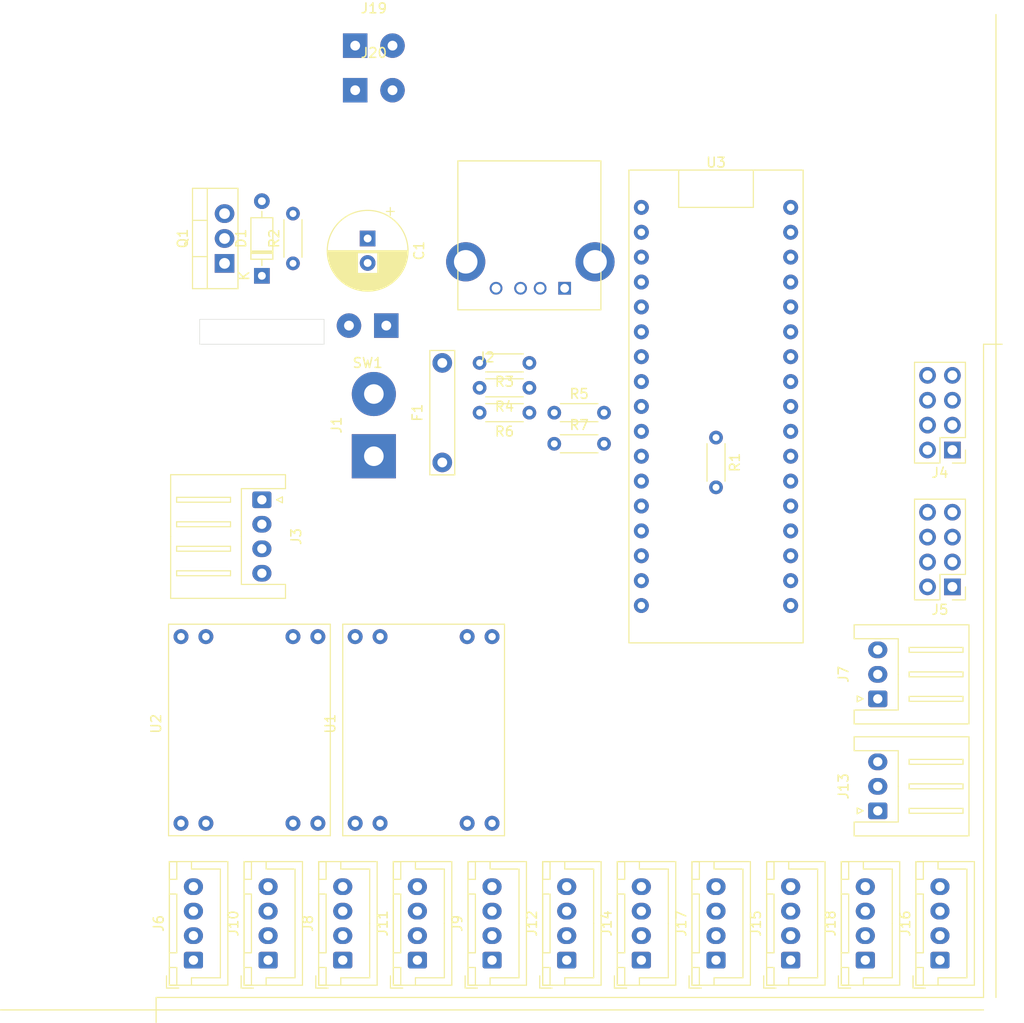
<source format=kicad_pcb>
(kicad_pcb (version 20171130) (host pcbnew "(5.1.2)-2")

  (general
    (thickness 1.6)
    (drawings 10)
    (tracks 0)
    (zones 0)
    (modules 35)
    (nets 50)
  )

  (page A4)
  (layers
    (0 F.Cu signal)
    (31 B.Cu signal)
    (32 B.Adhes user)
    (33 F.Adhes user)
    (34 B.Paste user)
    (35 F.Paste user)
    (36 B.SilkS user)
    (37 F.SilkS user)
    (38 B.Mask user)
    (39 F.Mask user)
    (40 Dwgs.User user)
    (41 Cmts.User user)
    (42 Eco1.User user)
    (43 Eco2.User user)
    (44 Edge.Cuts user)
    (45 Margin user)
    (46 B.CrtYd user)
    (47 F.CrtYd user)
    (48 B.Fab user)
    (49 F.Fab user)
  )

  (setup
    (last_trace_width 0.25)
    (trace_clearance 0.2)
    (zone_clearance 0.508)
    (zone_45_only no)
    (trace_min 0.2)
    (via_size 0.8)
    (via_drill 0.4)
    (via_min_size 0.4)
    (via_min_drill 0.3)
    (uvia_size 0.3)
    (uvia_drill 0.1)
    (uvias_allowed no)
    (uvia_min_size 0.2)
    (uvia_min_drill 0.1)
    (edge_width 0.05)
    (segment_width 0.2)
    (pcb_text_width 0.3)
    (pcb_text_size 1.5 1.5)
    (mod_edge_width 0.12)
    (mod_text_size 1 1)
    (mod_text_width 0.15)
    (pad_size 1.524 1.524)
    (pad_drill 0.762)
    (pad_to_mask_clearance 0.051)
    (solder_mask_min_width 0.25)
    (aux_axis_origin 0 0)
    (visible_elements 7FFFFFFF)
    (pcbplotparams
      (layerselection 0x010fc_ffffffff)
      (usegerberextensions false)
      (usegerberattributes false)
      (usegerberadvancedattributes false)
      (creategerberjobfile false)
      (excludeedgelayer true)
      (linewidth 0.100000)
      (plotframeref false)
      (viasonmask false)
      (mode 1)
      (useauxorigin false)
      (hpglpennumber 1)
      (hpglpenspeed 20)
      (hpglpendiameter 15.000000)
      (psnegative false)
      (psa4output false)
      (plotreference true)
      (plotvalue true)
      (plotinvisibletext false)
      (padsonsilk false)
      (subtractmaskfromsilk false)
      (outputformat 1)
      (mirror false)
      (drillshape 1)
      (scaleselection 1)
      (outputdirectory ""))
  )

  (net 0 "")
  (net 1 "Net-(F1-Pad2)")
  (net 2 /HV)
  (net 3 /BATT_CELL_3)
  (net 4 /BATT_CELL_2)
  (net 5 /BATT_CELL_1)
  (net 6 "Net-(J3-Pad1)")
  (net 7 /GND)
  (net 8 /5V)
  (net 9 "Net-(J4-Pad6)")
  (net 10 "Net-(J4-Pad5)")
  (net 11 /M1_DIR)
  (net 12 /M1_LPWM)
  (net 13 /M1_RPWM)
  (net 14 "Net-(J5-Pad6)")
  (net 15 "Net-(J5-Pad5)")
  (net 16 /M2_DIR)
  (net 17 /M2_LPWM)
  (net 18 /M2_RPWM)
  (net 19 /USER_A3)
  (net 20 /AUX_POWER)
  (net 21 /LIGHT_DIN_2)
  (net 22 /USER_A5)
  (net 23 /USER_SCK)
  (net 24 /USER_A4)
  (net 25 /USER_MISO)
  (net 26 /USER_MOSI)
  (net 27 /LIGHT_DIN_1)
  (net 28 /USER_SS)
  (net 29 /USER_RX)
  (net 30 /USER_SCL)
  (net 31 /USER_TX)
  (net 32 /USER_SDA)
  (net 33 /BATT_GND)
  (net 34 "Net-(C1-Pad2)")
  (net 35 /LATCH_CTL)
  (net 36 /CELL_1)
  (net 37 /CELL_2)
  (net 38 /CELL_3)
  (net 39 "Net-(U3-Pad22)")
  (net 40 "Net-(U3-Pad13)")
  (net 41 "Net-(U3-Pad12)")
  (net 42 "Net-(U3-Pad11)")
  (net 43 "Net-(U3-Pad10)")
  (net 44 "Net-(U3-Pad3)")
  (net 45 "Net-(U3-Pad2)")
  (net 46 "Net-(U3-Pad1)")
  (net 47 "Net-(F1-Pad1)")
  (net 48 "Net-(J2-Pad3)")
  (net 49 "Net-(J2-Pad2)")

  (net_class Default "This is the default net class."
    (clearance 0.2)
    (trace_width 0.25)
    (via_dia 0.8)
    (via_drill 0.4)
    (uvia_dia 0.3)
    (uvia_drill 0.1)
    (add_net /5V)
    (add_net /AUX_POWER)
    (add_net /BATT_CELL_1)
    (add_net /BATT_CELL_2)
    (add_net /BATT_CELL_3)
    (add_net /BATT_GND)
    (add_net /CELL_1)
    (add_net /CELL_2)
    (add_net /CELL_3)
    (add_net /GND)
    (add_net /HV)
    (add_net /LATCH_CTL)
    (add_net /LIGHT_DIN_1)
    (add_net /LIGHT_DIN_2)
    (add_net /M1_DIR)
    (add_net /M1_LPWM)
    (add_net /M1_RPWM)
    (add_net /M2_DIR)
    (add_net /M2_LPWM)
    (add_net /M2_RPWM)
    (add_net /USER_A3)
    (add_net /USER_A4)
    (add_net /USER_A5)
    (add_net /USER_MISO)
    (add_net /USER_MOSI)
    (add_net /USER_RX)
    (add_net /USER_SCK)
    (add_net /USER_SCL)
    (add_net /USER_SDA)
    (add_net /USER_SS)
    (add_net /USER_TX)
    (add_net "Net-(C1-Pad2)")
    (add_net "Net-(F1-Pad1)")
    (add_net "Net-(F1-Pad2)")
    (add_net "Net-(J2-Pad2)")
    (add_net "Net-(J2-Pad3)")
    (add_net "Net-(J3-Pad1)")
    (add_net "Net-(J4-Pad5)")
    (add_net "Net-(J4-Pad6)")
    (add_net "Net-(J5-Pad5)")
    (add_net "Net-(J5-Pad6)")
    (add_net "Net-(U3-Pad1)")
    (add_net "Net-(U3-Pad10)")
    (add_net "Net-(U3-Pad11)")
    (add_net "Net-(U3-Pad12)")
    (add_net "Net-(U3-Pad13)")
    (add_net "Net-(U3-Pad2)")
    (add_net "Net-(U3-Pad22)")
    (add_net "Net-(U3-Pad3)")
  )

  (module Connector_Wire:SolderWirePad_1x02_P3.81mm_Drill1mm (layer F.Cu) (tedit 5AEE5F04) (tstamp 5D392E79)
    (at 191.77 42.015)
    (descr "Wire solder connection")
    (tags connector)
    (path /5D554BB3)
    (attr virtual)
    (fp_text reference J20 (at 1.905 -3.81) (layer F.SilkS)
      (effects (font (size 1 1) (thickness 0.15)))
    )
    (fp_text value Conn_01x02 (at 1.905 3.81) (layer F.Fab)
      (effects (font (size 1 1) (thickness 0.15)))
    )
    (fp_line (start 5.56 1.75) (end -1.74 1.75) (layer F.CrtYd) (width 0.05))
    (fp_line (start 5.56 1.75) (end 5.56 -1.75) (layer F.CrtYd) (width 0.05))
    (fp_line (start -1.74 -1.75) (end -1.74 1.75) (layer F.CrtYd) (width 0.05))
    (fp_line (start -1.74 -1.75) (end 5.56 -1.75) (layer F.CrtYd) (width 0.05))
    (fp_text user %R (at 1.905 0) (layer F.Fab)
      (effects (font (size 1 1) (thickness 0.15)))
    )
    (pad 2 thru_hole circle (at 3.81 0) (size 2.49936 2.49936) (drill 1.00076) (layers *.Cu *.Mask)
      (net 7 /GND))
    (pad 1 thru_hole rect (at 0 0) (size 2.49936 2.49936) (drill 1.00076) (layers *.Cu *.Mask)
      (net 2 /HV))
  )

  (module Connector_Wire:SolderWirePad_1x02_P3.81mm_Drill1mm (layer F.Cu) (tedit 5AEE5F04) (tstamp 5D392E6E)
    (at 191.77 37.465)
    (descr "Wire solder connection")
    (tags connector)
    (path /5D53CA1D)
    (attr virtual)
    (fp_text reference J19 (at 1.905 -3.81) (layer F.SilkS)
      (effects (font (size 1 1) (thickness 0.15)))
    )
    (fp_text value Conn_01x02 (at 1.905 3.81) (layer F.Fab)
      (effects (font (size 1 1) (thickness 0.15)))
    )
    (fp_line (start 5.56 1.75) (end -1.74 1.75) (layer F.CrtYd) (width 0.05))
    (fp_line (start 5.56 1.75) (end 5.56 -1.75) (layer F.CrtYd) (width 0.05))
    (fp_line (start -1.74 -1.75) (end -1.74 1.75) (layer F.CrtYd) (width 0.05))
    (fp_line (start -1.74 -1.75) (end 5.56 -1.75) (layer F.CrtYd) (width 0.05))
    (fp_text user %R (at 1.905 0) (layer F.Fab)
      (effects (font (size 1 1) (thickness 0.15)))
    )
    (pad 2 thru_hole circle (at 3.81 0) (size 2.49936 2.49936) (drill 1.00076) (layers *.Cu *.Mask)
      (net 7 /GND))
    (pad 1 thru_hole rect (at 0 0) (size 2.49936 2.49936) (drill 1.00076) (layers *.Cu *.Mask)
      (net 2 /HV))
  )

  (module Capacitor_THT:CP_Radial_D8.0mm_P2.50mm (layer F.Cu) (tedit 5AE50EF0) (tstamp 5D39198D)
    (at 193.04 57.15 270)
    (descr "CP, Radial series, Radial, pin pitch=2.50mm, , diameter=8mm, Electrolytic Capacitor")
    (tags "CP Radial series Radial pin pitch 2.50mm  diameter 8mm Electrolytic Capacitor")
    (path /5D37D125)
    (fp_text reference C1 (at 1.25 -5.25 90) (layer F.SilkS)
      (effects (font (size 1 1) (thickness 0.15)))
    )
    (fp_text value C (at 1.25 5.25 90) (layer F.Fab)
      (effects (font (size 1 1) (thickness 0.15)))
    )
    (fp_text user %R (at 1.25 0 90) (layer F.Fab)
      (effects (font (size 1 1) (thickness 0.15)))
    )
    (fp_line (start -2.759698 -2.715) (end -2.759698 -1.915) (layer F.SilkS) (width 0.12))
    (fp_line (start -3.159698 -2.315) (end -2.359698 -2.315) (layer F.SilkS) (width 0.12))
    (fp_line (start 5.331 -0.533) (end 5.331 0.533) (layer F.SilkS) (width 0.12))
    (fp_line (start 5.291 -0.768) (end 5.291 0.768) (layer F.SilkS) (width 0.12))
    (fp_line (start 5.251 -0.948) (end 5.251 0.948) (layer F.SilkS) (width 0.12))
    (fp_line (start 5.211 -1.098) (end 5.211 1.098) (layer F.SilkS) (width 0.12))
    (fp_line (start 5.171 -1.229) (end 5.171 1.229) (layer F.SilkS) (width 0.12))
    (fp_line (start 5.131 -1.346) (end 5.131 1.346) (layer F.SilkS) (width 0.12))
    (fp_line (start 5.091 -1.453) (end 5.091 1.453) (layer F.SilkS) (width 0.12))
    (fp_line (start 5.051 -1.552) (end 5.051 1.552) (layer F.SilkS) (width 0.12))
    (fp_line (start 5.011 -1.645) (end 5.011 1.645) (layer F.SilkS) (width 0.12))
    (fp_line (start 4.971 -1.731) (end 4.971 1.731) (layer F.SilkS) (width 0.12))
    (fp_line (start 4.931 -1.813) (end 4.931 1.813) (layer F.SilkS) (width 0.12))
    (fp_line (start 4.891 -1.89) (end 4.891 1.89) (layer F.SilkS) (width 0.12))
    (fp_line (start 4.851 -1.964) (end 4.851 1.964) (layer F.SilkS) (width 0.12))
    (fp_line (start 4.811 -2.034) (end 4.811 2.034) (layer F.SilkS) (width 0.12))
    (fp_line (start 4.771 -2.102) (end 4.771 2.102) (layer F.SilkS) (width 0.12))
    (fp_line (start 4.731 -2.166) (end 4.731 2.166) (layer F.SilkS) (width 0.12))
    (fp_line (start 4.691 -2.228) (end 4.691 2.228) (layer F.SilkS) (width 0.12))
    (fp_line (start 4.651 -2.287) (end 4.651 2.287) (layer F.SilkS) (width 0.12))
    (fp_line (start 4.611 -2.345) (end 4.611 2.345) (layer F.SilkS) (width 0.12))
    (fp_line (start 4.571 -2.4) (end 4.571 2.4) (layer F.SilkS) (width 0.12))
    (fp_line (start 4.531 -2.454) (end 4.531 2.454) (layer F.SilkS) (width 0.12))
    (fp_line (start 4.491 -2.505) (end 4.491 2.505) (layer F.SilkS) (width 0.12))
    (fp_line (start 4.451 -2.556) (end 4.451 2.556) (layer F.SilkS) (width 0.12))
    (fp_line (start 4.411 -2.604) (end 4.411 2.604) (layer F.SilkS) (width 0.12))
    (fp_line (start 4.371 -2.651) (end 4.371 2.651) (layer F.SilkS) (width 0.12))
    (fp_line (start 4.331 -2.697) (end 4.331 2.697) (layer F.SilkS) (width 0.12))
    (fp_line (start 4.291 -2.741) (end 4.291 2.741) (layer F.SilkS) (width 0.12))
    (fp_line (start 4.251 -2.784) (end 4.251 2.784) (layer F.SilkS) (width 0.12))
    (fp_line (start 4.211 -2.826) (end 4.211 2.826) (layer F.SilkS) (width 0.12))
    (fp_line (start 4.171 -2.867) (end 4.171 2.867) (layer F.SilkS) (width 0.12))
    (fp_line (start 4.131 -2.907) (end 4.131 2.907) (layer F.SilkS) (width 0.12))
    (fp_line (start 4.091 -2.945) (end 4.091 2.945) (layer F.SilkS) (width 0.12))
    (fp_line (start 4.051 -2.983) (end 4.051 2.983) (layer F.SilkS) (width 0.12))
    (fp_line (start 4.011 -3.019) (end 4.011 3.019) (layer F.SilkS) (width 0.12))
    (fp_line (start 3.971 -3.055) (end 3.971 3.055) (layer F.SilkS) (width 0.12))
    (fp_line (start 3.931 -3.09) (end 3.931 3.09) (layer F.SilkS) (width 0.12))
    (fp_line (start 3.891 -3.124) (end 3.891 3.124) (layer F.SilkS) (width 0.12))
    (fp_line (start 3.851 -3.156) (end 3.851 3.156) (layer F.SilkS) (width 0.12))
    (fp_line (start 3.811 -3.189) (end 3.811 3.189) (layer F.SilkS) (width 0.12))
    (fp_line (start 3.771 -3.22) (end 3.771 3.22) (layer F.SilkS) (width 0.12))
    (fp_line (start 3.731 -3.25) (end 3.731 3.25) (layer F.SilkS) (width 0.12))
    (fp_line (start 3.691 -3.28) (end 3.691 3.28) (layer F.SilkS) (width 0.12))
    (fp_line (start 3.651 -3.309) (end 3.651 3.309) (layer F.SilkS) (width 0.12))
    (fp_line (start 3.611 -3.338) (end 3.611 3.338) (layer F.SilkS) (width 0.12))
    (fp_line (start 3.571 -3.365) (end 3.571 3.365) (layer F.SilkS) (width 0.12))
    (fp_line (start 3.531 1.04) (end 3.531 3.392) (layer F.SilkS) (width 0.12))
    (fp_line (start 3.531 -3.392) (end 3.531 -1.04) (layer F.SilkS) (width 0.12))
    (fp_line (start 3.491 1.04) (end 3.491 3.418) (layer F.SilkS) (width 0.12))
    (fp_line (start 3.491 -3.418) (end 3.491 -1.04) (layer F.SilkS) (width 0.12))
    (fp_line (start 3.451 1.04) (end 3.451 3.444) (layer F.SilkS) (width 0.12))
    (fp_line (start 3.451 -3.444) (end 3.451 -1.04) (layer F.SilkS) (width 0.12))
    (fp_line (start 3.411 1.04) (end 3.411 3.469) (layer F.SilkS) (width 0.12))
    (fp_line (start 3.411 -3.469) (end 3.411 -1.04) (layer F.SilkS) (width 0.12))
    (fp_line (start 3.371 1.04) (end 3.371 3.493) (layer F.SilkS) (width 0.12))
    (fp_line (start 3.371 -3.493) (end 3.371 -1.04) (layer F.SilkS) (width 0.12))
    (fp_line (start 3.331 1.04) (end 3.331 3.517) (layer F.SilkS) (width 0.12))
    (fp_line (start 3.331 -3.517) (end 3.331 -1.04) (layer F.SilkS) (width 0.12))
    (fp_line (start 3.291 1.04) (end 3.291 3.54) (layer F.SilkS) (width 0.12))
    (fp_line (start 3.291 -3.54) (end 3.291 -1.04) (layer F.SilkS) (width 0.12))
    (fp_line (start 3.251 1.04) (end 3.251 3.562) (layer F.SilkS) (width 0.12))
    (fp_line (start 3.251 -3.562) (end 3.251 -1.04) (layer F.SilkS) (width 0.12))
    (fp_line (start 3.211 1.04) (end 3.211 3.584) (layer F.SilkS) (width 0.12))
    (fp_line (start 3.211 -3.584) (end 3.211 -1.04) (layer F.SilkS) (width 0.12))
    (fp_line (start 3.171 1.04) (end 3.171 3.606) (layer F.SilkS) (width 0.12))
    (fp_line (start 3.171 -3.606) (end 3.171 -1.04) (layer F.SilkS) (width 0.12))
    (fp_line (start 3.131 1.04) (end 3.131 3.627) (layer F.SilkS) (width 0.12))
    (fp_line (start 3.131 -3.627) (end 3.131 -1.04) (layer F.SilkS) (width 0.12))
    (fp_line (start 3.091 1.04) (end 3.091 3.647) (layer F.SilkS) (width 0.12))
    (fp_line (start 3.091 -3.647) (end 3.091 -1.04) (layer F.SilkS) (width 0.12))
    (fp_line (start 3.051 1.04) (end 3.051 3.666) (layer F.SilkS) (width 0.12))
    (fp_line (start 3.051 -3.666) (end 3.051 -1.04) (layer F.SilkS) (width 0.12))
    (fp_line (start 3.011 1.04) (end 3.011 3.686) (layer F.SilkS) (width 0.12))
    (fp_line (start 3.011 -3.686) (end 3.011 -1.04) (layer F.SilkS) (width 0.12))
    (fp_line (start 2.971 1.04) (end 2.971 3.704) (layer F.SilkS) (width 0.12))
    (fp_line (start 2.971 -3.704) (end 2.971 -1.04) (layer F.SilkS) (width 0.12))
    (fp_line (start 2.931 1.04) (end 2.931 3.722) (layer F.SilkS) (width 0.12))
    (fp_line (start 2.931 -3.722) (end 2.931 -1.04) (layer F.SilkS) (width 0.12))
    (fp_line (start 2.891 1.04) (end 2.891 3.74) (layer F.SilkS) (width 0.12))
    (fp_line (start 2.891 -3.74) (end 2.891 -1.04) (layer F.SilkS) (width 0.12))
    (fp_line (start 2.851 1.04) (end 2.851 3.757) (layer F.SilkS) (width 0.12))
    (fp_line (start 2.851 -3.757) (end 2.851 -1.04) (layer F.SilkS) (width 0.12))
    (fp_line (start 2.811 1.04) (end 2.811 3.774) (layer F.SilkS) (width 0.12))
    (fp_line (start 2.811 -3.774) (end 2.811 -1.04) (layer F.SilkS) (width 0.12))
    (fp_line (start 2.771 1.04) (end 2.771 3.79) (layer F.SilkS) (width 0.12))
    (fp_line (start 2.771 -3.79) (end 2.771 -1.04) (layer F.SilkS) (width 0.12))
    (fp_line (start 2.731 1.04) (end 2.731 3.805) (layer F.SilkS) (width 0.12))
    (fp_line (start 2.731 -3.805) (end 2.731 -1.04) (layer F.SilkS) (width 0.12))
    (fp_line (start 2.691 1.04) (end 2.691 3.821) (layer F.SilkS) (width 0.12))
    (fp_line (start 2.691 -3.821) (end 2.691 -1.04) (layer F.SilkS) (width 0.12))
    (fp_line (start 2.651 1.04) (end 2.651 3.835) (layer F.SilkS) (width 0.12))
    (fp_line (start 2.651 -3.835) (end 2.651 -1.04) (layer F.SilkS) (width 0.12))
    (fp_line (start 2.611 1.04) (end 2.611 3.85) (layer F.SilkS) (width 0.12))
    (fp_line (start 2.611 -3.85) (end 2.611 -1.04) (layer F.SilkS) (width 0.12))
    (fp_line (start 2.571 1.04) (end 2.571 3.863) (layer F.SilkS) (width 0.12))
    (fp_line (start 2.571 -3.863) (end 2.571 -1.04) (layer F.SilkS) (width 0.12))
    (fp_line (start 2.531 1.04) (end 2.531 3.877) (layer F.SilkS) (width 0.12))
    (fp_line (start 2.531 -3.877) (end 2.531 -1.04) (layer F.SilkS) (width 0.12))
    (fp_line (start 2.491 1.04) (end 2.491 3.889) (layer F.SilkS) (width 0.12))
    (fp_line (start 2.491 -3.889) (end 2.491 -1.04) (layer F.SilkS) (width 0.12))
    (fp_line (start 2.451 1.04) (end 2.451 3.902) (layer F.SilkS) (width 0.12))
    (fp_line (start 2.451 -3.902) (end 2.451 -1.04) (layer F.SilkS) (width 0.12))
    (fp_line (start 2.411 1.04) (end 2.411 3.914) (layer F.SilkS) (width 0.12))
    (fp_line (start 2.411 -3.914) (end 2.411 -1.04) (layer F.SilkS) (width 0.12))
    (fp_line (start 2.371 1.04) (end 2.371 3.925) (layer F.SilkS) (width 0.12))
    (fp_line (start 2.371 -3.925) (end 2.371 -1.04) (layer F.SilkS) (width 0.12))
    (fp_line (start 2.331 1.04) (end 2.331 3.936) (layer F.SilkS) (width 0.12))
    (fp_line (start 2.331 -3.936) (end 2.331 -1.04) (layer F.SilkS) (width 0.12))
    (fp_line (start 2.291 1.04) (end 2.291 3.947) (layer F.SilkS) (width 0.12))
    (fp_line (start 2.291 -3.947) (end 2.291 -1.04) (layer F.SilkS) (width 0.12))
    (fp_line (start 2.251 1.04) (end 2.251 3.957) (layer F.SilkS) (width 0.12))
    (fp_line (start 2.251 -3.957) (end 2.251 -1.04) (layer F.SilkS) (width 0.12))
    (fp_line (start 2.211 1.04) (end 2.211 3.967) (layer F.SilkS) (width 0.12))
    (fp_line (start 2.211 -3.967) (end 2.211 -1.04) (layer F.SilkS) (width 0.12))
    (fp_line (start 2.171 1.04) (end 2.171 3.976) (layer F.SilkS) (width 0.12))
    (fp_line (start 2.171 -3.976) (end 2.171 -1.04) (layer F.SilkS) (width 0.12))
    (fp_line (start 2.131 1.04) (end 2.131 3.985) (layer F.SilkS) (width 0.12))
    (fp_line (start 2.131 -3.985) (end 2.131 -1.04) (layer F.SilkS) (width 0.12))
    (fp_line (start 2.091 1.04) (end 2.091 3.994) (layer F.SilkS) (width 0.12))
    (fp_line (start 2.091 -3.994) (end 2.091 -1.04) (layer F.SilkS) (width 0.12))
    (fp_line (start 2.051 1.04) (end 2.051 4.002) (layer F.SilkS) (width 0.12))
    (fp_line (start 2.051 -4.002) (end 2.051 -1.04) (layer F.SilkS) (width 0.12))
    (fp_line (start 2.011 1.04) (end 2.011 4.01) (layer F.SilkS) (width 0.12))
    (fp_line (start 2.011 -4.01) (end 2.011 -1.04) (layer F.SilkS) (width 0.12))
    (fp_line (start 1.971 1.04) (end 1.971 4.017) (layer F.SilkS) (width 0.12))
    (fp_line (start 1.971 -4.017) (end 1.971 -1.04) (layer F.SilkS) (width 0.12))
    (fp_line (start 1.93 1.04) (end 1.93 4.024) (layer F.SilkS) (width 0.12))
    (fp_line (start 1.93 -4.024) (end 1.93 -1.04) (layer F.SilkS) (width 0.12))
    (fp_line (start 1.89 1.04) (end 1.89 4.03) (layer F.SilkS) (width 0.12))
    (fp_line (start 1.89 -4.03) (end 1.89 -1.04) (layer F.SilkS) (width 0.12))
    (fp_line (start 1.85 1.04) (end 1.85 4.037) (layer F.SilkS) (width 0.12))
    (fp_line (start 1.85 -4.037) (end 1.85 -1.04) (layer F.SilkS) (width 0.12))
    (fp_line (start 1.81 1.04) (end 1.81 4.042) (layer F.SilkS) (width 0.12))
    (fp_line (start 1.81 -4.042) (end 1.81 -1.04) (layer F.SilkS) (width 0.12))
    (fp_line (start 1.77 1.04) (end 1.77 4.048) (layer F.SilkS) (width 0.12))
    (fp_line (start 1.77 -4.048) (end 1.77 -1.04) (layer F.SilkS) (width 0.12))
    (fp_line (start 1.73 1.04) (end 1.73 4.052) (layer F.SilkS) (width 0.12))
    (fp_line (start 1.73 -4.052) (end 1.73 -1.04) (layer F.SilkS) (width 0.12))
    (fp_line (start 1.69 1.04) (end 1.69 4.057) (layer F.SilkS) (width 0.12))
    (fp_line (start 1.69 -4.057) (end 1.69 -1.04) (layer F.SilkS) (width 0.12))
    (fp_line (start 1.65 1.04) (end 1.65 4.061) (layer F.SilkS) (width 0.12))
    (fp_line (start 1.65 -4.061) (end 1.65 -1.04) (layer F.SilkS) (width 0.12))
    (fp_line (start 1.61 1.04) (end 1.61 4.065) (layer F.SilkS) (width 0.12))
    (fp_line (start 1.61 -4.065) (end 1.61 -1.04) (layer F.SilkS) (width 0.12))
    (fp_line (start 1.57 1.04) (end 1.57 4.068) (layer F.SilkS) (width 0.12))
    (fp_line (start 1.57 -4.068) (end 1.57 -1.04) (layer F.SilkS) (width 0.12))
    (fp_line (start 1.53 1.04) (end 1.53 4.071) (layer F.SilkS) (width 0.12))
    (fp_line (start 1.53 -4.071) (end 1.53 -1.04) (layer F.SilkS) (width 0.12))
    (fp_line (start 1.49 1.04) (end 1.49 4.074) (layer F.SilkS) (width 0.12))
    (fp_line (start 1.49 -4.074) (end 1.49 -1.04) (layer F.SilkS) (width 0.12))
    (fp_line (start 1.45 -4.076) (end 1.45 4.076) (layer F.SilkS) (width 0.12))
    (fp_line (start 1.41 -4.077) (end 1.41 4.077) (layer F.SilkS) (width 0.12))
    (fp_line (start 1.37 -4.079) (end 1.37 4.079) (layer F.SilkS) (width 0.12))
    (fp_line (start 1.33 -4.08) (end 1.33 4.08) (layer F.SilkS) (width 0.12))
    (fp_line (start 1.29 -4.08) (end 1.29 4.08) (layer F.SilkS) (width 0.12))
    (fp_line (start 1.25 -4.08) (end 1.25 4.08) (layer F.SilkS) (width 0.12))
    (fp_line (start -1.776759 -2.1475) (end -1.776759 -1.3475) (layer F.Fab) (width 0.1))
    (fp_line (start -2.176759 -1.7475) (end -1.376759 -1.7475) (layer F.Fab) (width 0.1))
    (fp_circle (center 1.25 0) (end 5.5 0) (layer F.CrtYd) (width 0.05))
    (fp_circle (center 1.25 0) (end 5.37 0) (layer F.SilkS) (width 0.12))
    (fp_circle (center 1.25 0) (end 5.25 0) (layer F.Fab) (width 0.1))
    (pad 2 thru_hole circle (at 2.5 0 270) (size 1.6 1.6) (drill 0.8) (layers *.Cu *.Mask)
      (net 34 "Net-(C1-Pad2)"))
    (pad 1 thru_hole rect (at 0 0 270) (size 1.6 1.6) (drill 0.8) (layers *.Cu *.Mask)
      (net 2 /HV))
    (model ${KISYS3DMOD}/Capacitor_THT.3dshapes/CP_Radial_D8.0mm_P2.50mm.wrl
      (at (xyz 0 0 0))
      (scale (xyz 1 1 1))
      (rotate (xyz 0 0 0))
    )
  )

  (module invaderBoard:USB_A (layer F.Cu) (tedit 5D37E497) (tstamp 5D391AEA)
    (at 209.55 62.23 180)
    (descr https://www.molex.com/pdm_docs/sd/1050570001_sd.pdf)
    (tags "USB A Vertical")
    (path /5D38E73F)
    (fp_text reference J2 (at 4.4 -7.05) (layer F.SilkS)
      (effects (font (size 1 1) (thickness 0.15)))
    )
    (fp_text value USB_A (at -0.1 2.4) (layer F.Fab)
      (effects (font (size 1 1) (thickness 0.15)))
    )
    (fp_line (start 7.3 -2.2) (end 7.3 13) (layer F.SilkS) (width 0.12))
    (fp_line (start -7.3 -2.2) (end 7.3 -2.2) (layer F.SilkS) (width 0.12))
    (fp_line (start -7.3 13) (end -7.3 -2.2) (layer F.SilkS) (width 0.12))
    (fp_line (start 7.3 13) (end -7.3 13) (layer F.SilkS) (width 0.12))
    (pad 5 thru_hole circle (at 6.5 2.7 180) (size 4 4) (drill 2.4) (layers *.Cu *.Mask)
      (net 7 /GND))
    (pad 5 thru_hole circle (at -6.7 2.7 180) (size 4 4) (drill 2.4) (layers *.Cu *.Mask)
      (net 7 /GND))
    (pad 4 thru_hole circle (at 3.4 0 180) (size 1.3 1.3) (drill 0.9) (layers *.Cu *.Mask)
      (net 7 /GND))
    (pad 3 thru_hole circle (at 0.9 0 180) (size 1.3 1.3) (drill 0.9) (layers *.Cu *.Mask)
      (net 48 "Net-(J2-Pad3)"))
    (pad 2 thru_hole circle (at -1.1 0 180) (size 1.3 1.3) (drill 0.9) (layers *.Cu *.Mask)
      (net 49 "Net-(J2-Pad2)"))
    (pad 1 thru_hole rect (at -3.6 0 180) (size 1.3 1.3) (drill 0.9) (layers *.Cu *.Mask)
      (net 8 /5V))
    (model ${KISYS3DMOD}/Connector_USB.3dshapes/USB_A_Molex_105057_Vertical.wrl
      (at (xyz 0 0 0))
      (scale (xyz 1 1 1))
      (rotate (xyz 0 0 0))
    )
  )

  (module Connector_Wire:SolderWirePad_1x02_P3.81mm_Drill1mm (layer F.Cu) (tedit 5AEE5F04) (tstamp 5D3918B6)
    (at 194.945 66.04 180)
    (descr "Wire solder connection")
    (tags connector)
    (path /5D36F50D)
    (attr virtual)
    (fp_text reference SW1 (at 1.905 -3.81) (layer F.SilkS)
      (effects (font (size 1 1) (thickness 0.15)))
    )
    (fp_text value SW_DIP_x01 (at 1.905 3.81) (layer F.Fab)
      (effects (font (size 1 1) (thickness 0.15)))
    )
    (fp_line (start 5.56 1.75) (end -1.74 1.75) (layer F.CrtYd) (width 0.05))
    (fp_line (start 5.56 1.75) (end 5.56 -1.75) (layer F.CrtYd) (width 0.05))
    (fp_line (start -1.74 -1.75) (end -1.74 1.75) (layer F.CrtYd) (width 0.05))
    (fp_line (start -1.74 -1.75) (end 5.56 -1.75) (layer F.CrtYd) (width 0.05))
    (fp_text user %R (at 1.905 0) (layer F.Fab)
      (effects (font (size 1 1) (thickness 0.15)))
    )
    (pad 2 thru_hole circle (at 3.81 0 180) (size 2.49936 2.49936) (drill 1.00076) (layers *.Cu *.Mask)
      (net 33 /BATT_GND))
    (pad 1 thru_hole rect (at 0 0 180) (size 2.49936 2.49936) (drill 1.00076) (layers *.Cu *.Mask)
      (net 47 "Net-(F1-Pad1)"))
  )

  (module "invaderBoard:PTC Fuse" (layer F.Cu) (tedit 5D37DE47) (tstamp 5D3918D3)
    (at 200.66 69.85 270)
    (path /5D36E2A5)
    (fp_text reference F1 (at 5.08 2.54 90) (layer F.SilkS)
      (effects (font (size 1 1) (thickness 0.15)))
    )
    (fp_text value Polyfuse (at 5.08 -2.54 90) (layer F.Fab)
      (effects (font (size 1 1) (thickness 0.15)))
    )
    (fp_line (start -1.27 1.27) (end -1.27 -1.27) (layer F.SilkS) (width 0.12))
    (fp_line (start 11.43 1.27) (end -1.27 1.27) (layer F.SilkS) (width 0.12))
    (fp_line (start 11.43 -1.27) (end 11.43 1.27) (layer F.SilkS) (width 0.12))
    (fp_line (start -1.27 -1.27) (end 11.43 -1.27) (layer F.SilkS) (width 0.12))
    (pad 2 thru_hole circle (at 10.16 0 270) (size 2 2) (drill 1) (layers *.Cu *.Mask)
      (net 1 "Net-(F1-Pad2)"))
    (pad 1 thru_hole circle (at 0 0) (size 2 2) (drill 1) (layers *.Cu *.Mask)
      (net 47 "Net-(F1-Pad1)"))
  )

  (module Diode_THT:D_DO-35_SOD27_P7.62mm_Horizontal (layer F.Cu) (tedit 5AE50CD5) (tstamp 5D391870)
    (at 182.245 60.96 90)
    (descr "Diode, DO-35_SOD27 series, Axial, Horizontal, pin pitch=7.62mm, , length*diameter=4*2mm^2, , http://www.diodes.com/_files/packages/DO-35.pdf")
    (tags "Diode DO-35_SOD27 series Axial Horizontal pin pitch 7.62mm  length 4mm diameter 2mm")
    (path /5D37D91D)
    (fp_text reference D1 (at 3.81 -2.12 90) (layer F.SilkS)
      (effects (font (size 1 1) (thickness 0.15)))
    )
    (fp_text value D (at 3.81 2.12 90) (layer F.Fab)
      (effects (font (size 1 1) (thickness 0.15)))
    )
    (fp_text user K (at 0 -1.8 90) (layer F.SilkS)
      (effects (font (size 1 1) (thickness 0.15)))
    )
    (fp_text user K (at 0 -1.8 90) (layer F.Fab)
      (effects (font (size 1 1) (thickness 0.15)))
    )
    (fp_text user %R (at 4.11 0 90) (layer F.Fab)
      (effects (font (size 0.8 0.8) (thickness 0.12)))
    )
    (fp_line (start 8.67 -1.25) (end -1.05 -1.25) (layer F.CrtYd) (width 0.05))
    (fp_line (start 8.67 1.25) (end 8.67 -1.25) (layer F.CrtYd) (width 0.05))
    (fp_line (start -1.05 1.25) (end 8.67 1.25) (layer F.CrtYd) (width 0.05))
    (fp_line (start -1.05 -1.25) (end -1.05 1.25) (layer F.CrtYd) (width 0.05))
    (fp_line (start 2.29 -1.12) (end 2.29 1.12) (layer F.SilkS) (width 0.12))
    (fp_line (start 2.53 -1.12) (end 2.53 1.12) (layer F.SilkS) (width 0.12))
    (fp_line (start 2.41 -1.12) (end 2.41 1.12) (layer F.SilkS) (width 0.12))
    (fp_line (start 6.58 0) (end 5.93 0) (layer F.SilkS) (width 0.12))
    (fp_line (start 1.04 0) (end 1.69 0) (layer F.SilkS) (width 0.12))
    (fp_line (start 5.93 -1.12) (end 1.69 -1.12) (layer F.SilkS) (width 0.12))
    (fp_line (start 5.93 1.12) (end 5.93 -1.12) (layer F.SilkS) (width 0.12))
    (fp_line (start 1.69 1.12) (end 5.93 1.12) (layer F.SilkS) (width 0.12))
    (fp_line (start 1.69 -1.12) (end 1.69 1.12) (layer F.SilkS) (width 0.12))
    (fp_line (start 2.31 -1) (end 2.31 1) (layer F.Fab) (width 0.1))
    (fp_line (start 2.51 -1) (end 2.51 1) (layer F.Fab) (width 0.1))
    (fp_line (start 2.41 -1) (end 2.41 1) (layer F.Fab) (width 0.1))
    (fp_line (start 7.62 0) (end 5.81 0) (layer F.Fab) (width 0.1))
    (fp_line (start 0 0) (end 1.81 0) (layer F.Fab) (width 0.1))
    (fp_line (start 5.81 -1) (end 1.81 -1) (layer F.Fab) (width 0.1))
    (fp_line (start 5.81 1) (end 5.81 -1) (layer F.Fab) (width 0.1))
    (fp_line (start 1.81 1) (end 5.81 1) (layer F.Fab) (width 0.1))
    (fp_line (start 1.81 -1) (end 1.81 1) (layer F.Fab) (width 0.1))
    (pad 2 thru_hole oval (at 7.62 0 90) (size 1.6 1.6) (drill 0.8) (layers *.Cu *.Mask)
      (net 33 /BATT_GND))
    (pad 1 thru_hole rect (at 0 0 90) (size 1.6 1.6) (drill 0.8) (layers *.Cu *.Mask)
      (net 34 "Net-(C1-Pad2)"))
    (model ${KISYS3DMOD}/Diode_THT.3dshapes/D_DO-35_SOD27_P7.62mm_Horizontal.wrl
      (at (xyz 0 0 0))
      (scale (xyz 1 1 1))
      (rotate (xyz 0 0 0))
    )
  )

  (module "invaderBoard:Arduino Micro" (layer F.Cu) (tedit 5D37D675) (tstamp 5D391B30)
    (at 228.6 64.135)
    (path /5D3A4625)
    (fp_text reference U3 (at 0 -14.74) (layer F.SilkS)
      (effects (font (size 1 1) (thickness 0.15)))
    )
    (fp_text value ArduinoMicro (at 0 -12.7) (layer F.Fab)
      (effects (font (size 1 1) (thickness 0.15)))
    )
    (fp_line (start 3.81 -10.16) (end 3.81 -13.97) (layer F.SilkS) (width 0.12))
    (fp_line (start -3.81 -10.16) (end 3.81 -10.16) (layer F.SilkS) (width 0.12))
    (fp_line (start -3.81 -13.97) (end -3.81 -10.16) (layer F.SilkS) (width 0.12))
    (fp_line (start 8.89 -13.97) (end -8.89 -13.97) (layer F.SilkS) (width 0.12))
    (fp_line (start 8.89 34.29) (end 8.89 -13.97) (layer F.SilkS) (width 0.12))
    (fp_line (start -8.89 34.29) (end 8.89 34.29) (layer F.SilkS) (width 0.12))
    (fp_line (start -8.89 -13.97) (end -8.89 34.29) (layer F.SilkS) (width 0.12))
    (pad 34 thru_hole circle (at 7.62 -10.16) (size 1.524 1.524) (drill 0.762) (layers *.Cu *.Mask)
      (net 13 /M1_RPWM))
    (pad 33 thru_hole circle (at 7.62 -7.62) (size 1.524 1.524) (drill 0.762) (layers *.Cu *.Mask)
      (net 12 /M1_LPWM))
    (pad 32 thru_hole circle (at 7.62 -5.08) (size 1.524 1.524) (drill 0.762) (layers *.Cu *.Mask)
      (net 18 /M2_RPWM))
    (pad 31 thru_hole circle (at 7.62 -2.54) (size 1.524 1.524) (drill 0.762) (layers *.Cu *.Mask)
      (net 17 /M2_LPWM))
    (pad 30 thru_hole circle (at 7.62 0) (size 1.524 1.524) (drill 0.762) (layers *.Cu *.Mask)
      (net 11 /M1_DIR))
    (pad 29 thru_hole circle (at 7.62 2.54) (size 1.524 1.524) (drill 0.762) (layers *.Cu *.Mask)
      (net 16 /M2_DIR))
    (pad 28 thru_hole circle (at 7.62 5.08) (size 1.524 1.524) (drill 0.762) (layers *.Cu *.Mask)
      (net 35 /LATCH_CTL))
    (pad 27 thru_hole circle (at 7.62 7.62) (size 1.524 1.524) (drill 0.762) (layers *.Cu *.Mask)
      (net 21 /LIGHT_DIN_2))
    (pad 26 thru_hole circle (at 7.62 10.16) (size 1.524 1.524) (drill 0.762) (layers *.Cu *.Mask)
      (net 27 /LIGHT_DIN_1))
    (pad 25 thru_hole circle (at 7.62 12.7) (size 1.524 1.524) (drill 0.762) (layers *.Cu *.Mask)
      (net 30 /USER_SCL))
    (pad 24 thru_hole circle (at 7.62 15.24) (size 1.524 1.524) (drill 0.762) (layers *.Cu *.Mask)
      (net 32 /USER_SDA))
    (pad 23 thru_hole circle (at 7.62 17.78) (size 1.524 1.524) (drill 0.762) (layers *.Cu *.Mask)
      (net 7 /GND))
    (pad 22 thru_hole circle (at 7.62 20.32) (size 1.524 1.524) (drill 0.762) (layers *.Cu *.Mask)
      (net 39 "Net-(U3-Pad22)"))
    (pad 21 thru_hole circle (at 7.62 22.86) (size 1.524 1.524) (drill 0.762) (layers *.Cu *.Mask)
      (net 29 /USER_RX))
    (pad 20 thru_hole circle (at 7.62 25.4) (size 1.524 1.524) (drill 0.762) (layers *.Cu *.Mask)
      (net 31 /USER_TX))
    (pad 19 thru_hole circle (at 7.62 27.94) (size 1.524 1.524) (drill 0.762) (layers *.Cu *.Mask)
      (net 28 /USER_SS))
    (pad 18 thru_hole circle (at 7.62 30.48) (size 1.524 1.524) (drill 0.762) (layers *.Cu *.Mask)
      (net 26 /USER_MOSI))
    (pad 17 thru_hole circle (at -7.62 30.48) (size 1.524 1.524) (drill 0.762) (layers *.Cu *.Mask)
      (net 23 /USER_SCK))
    (pad 16 thru_hole circle (at -7.62 27.94) (size 1.524 1.524) (drill 0.762) (layers *.Cu *.Mask)
      (net 25 /USER_MISO))
    (pad 15 thru_hole circle (at -7.62 25.4) (size 1.524 1.524) (drill 0.762) (layers *.Cu *.Mask)
      (net 2 /HV))
    (pad 14 thru_hole circle (at -7.62 22.86) (size 1.524 1.524) (drill 0.762) (layers *.Cu *.Mask)
      (net 7 /GND))
    (pad 13 thru_hole circle (at -7.62 20.32) (size 1.524 1.524) (drill 0.762) (layers *.Cu *.Mask)
      (net 40 "Net-(U3-Pad13)"))
    (pad 12 thru_hole circle (at -7.62 17.78) (size 1.524 1.524) (drill 0.762) (layers *.Cu *.Mask)
      (net 41 "Net-(U3-Pad12)"))
    (pad 11 thru_hole circle (at -7.62 15.24) (size 1.524 1.524) (drill 0.762) (layers *.Cu *.Mask)
      (net 42 "Net-(U3-Pad11)"))
    (pad 10 thru_hole circle (at -7.62 12.7) (size 1.524 1.524) (drill 0.762) (layers *.Cu *.Mask)
      (net 43 "Net-(U3-Pad10)"))
    (pad 9 thru_hole circle (at -7.62 10.16) (size 1.524 1.524) (drill 0.762) (layers *.Cu *.Mask)
      (net 22 /USER_A5))
    (pad 8 thru_hole circle (at -7.62 7.62) (size 1.524 1.524) (drill 0.762) (layers *.Cu *.Mask)
      (net 24 /USER_A4))
    (pad 7 thru_hole circle (at -7.62 5.08) (size 1.524 1.524) (drill 0.762) (layers *.Cu *.Mask)
      (net 19 /USER_A3))
    (pad 6 thru_hole circle (at -7.62 2.54) (size 1.524 1.524) (drill 0.762) (layers *.Cu *.Mask)
      (net 38 /CELL_3))
    (pad 5 thru_hole circle (at -7.62 0) (size 1.524 1.524) (drill 0.762) (layers *.Cu *.Mask)
      (net 37 /CELL_2))
    (pad 4 thru_hole circle (at -7.62 -2.54) (size 1.524 1.524) (drill 0.762) (layers *.Cu *.Mask)
      (net 36 /CELL_1))
    (pad 3 thru_hole circle (at -7.62 -5.08) (size 1.524 1.524) (drill 0.762) (layers *.Cu *.Mask)
      (net 44 "Net-(U3-Pad3)"))
    (pad 2 thru_hole circle (at -7.62 -7.62) (size 1.524 1.524) (drill 0.762) (layers *.Cu *.Mask)
      (net 45 "Net-(U3-Pad2)"))
    (pad 1 thru_hole circle (at -7.62 -10.16) (size 1.524 1.524) (drill 0.762) (layers *.Cu *.Mask)
      (net 46 "Net-(U3-Pad1)"))
  )

  (module bluerSaab:LM2596 (layer F.Cu) (tedit 5D06F5E9) (tstamp 5D387D7C)
    (at 181.61 106.68 270)
    (path /5D3758E1)
    (fp_text reference U2 (at 0 10.16 90) (layer F.SilkS)
      (effects (font (size 1 1) (thickness 0.15)))
    )
    (fp_text value LM2596 (at 0 -8.89 90) (layer F.Fab)
      (effects (font (size 1 1) (thickness 0.15)))
    )
    (fp_line (start -10.16 -7.62) (end 11.43 -7.62) (layer F.SilkS) (width 0.12))
    (fp_line (start 11.43 -7.62) (end 11.43 8.89) (layer F.SilkS) (width 0.12))
    (fp_line (start 11.43 8.89) (end -10.16 8.89) (layer F.SilkS) (width 0.12))
    (fp_line (start -10.16 8.89) (end -10.16 -7.62) (layer F.SilkS) (width 0.12))
    (pad 1 thru_hole circle (at -8.89 -6.35 270) (size 1.524 1.524) (drill 0.762) (layers *.Cu *.Mask)
      (net 7 /GND))
    (pad 1 thru_hole circle (at -8.89 -3.81 270) (size 1.524 1.524) (drill 0.762) (layers *.Cu *.Mask)
      (net 7 /GND))
    (pad 2 thru_hole circle (at -8.89 5.08 270) (size 1.524 1.524) (drill 0.762) (layers *.Cu *.Mask)
      (net 2 /HV))
    (pad 2 thru_hole circle (at -8.89 7.62 270) (size 1.524 1.524) (drill 0.762) (layers *.Cu *.Mask)
      (net 2 /HV))
    (pad 3 thru_hole circle (at 10.16 -6.35 270) (size 1.524 1.524) (drill 0.762) (layers *.Cu *.Mask)
      (net 7 /GND))
    (pad 3 thru_hole circle (at 10.16 -3.81 270) (size 1.524 1.524) (drill 0.762) (layers *.Cu *.Mask)
      (net 7 /GND))
    (pad 4 thru_hole circle (at 10.16 5.08 270) (size 1.524 1.524) (drill 0.762) (layers *.Cu *.Mask)
      (net 20 /AUX_POWER))
    (pad 4 thru_hole circle (at 10.16 7.62 270) (size 1.524 1.524) (drill 0.762) (layers *.Cu *.Mask)
      (net 20 /AUX_POWER))
  )

  (module bluerSaab:LM2596 (layer F.Cu) (tedit 5D06F5E9) (tstamp 5D38A03A)
    (at 199.39 106.68 270)
    (path /5D36BBF8)
    (fp_text reference U1 (at 0 10.16 90) (layer F.SilkS)
      (effects (font (size 1 1) (thickness 0.15)))
    )
    (fp_text value LM2596 (at 0 -8.89 90) (layer F.Fab)
      (effects (font (size 1 1) (thickness 0.15)))
    )
    (fp_line (start -10.16 -7.62) (end 11.43 -7.62) (layer F.SilkS) (width 0.12))
    (fp_line (start 11.43 -7.62) (end 11.43 8.89) (layer F.SilkS) (width 0.12))
    (fp_line (start 11.43 8.89) (end -10.16 8.89) (layer F.SilkS) (width 0.12))
    (fp_line (start -10.16 8.89) (end -10.16 -7.62) (layer F.SilkS) (width 0.12))
    (pad 1 thru_hole circle (at -8.89 -6.35 270) (size 1.524 1.524) (drill 0.762) (layers *.Cu *.Mask)
      (net 7 /GND))
    (pad 1 thru_hole circle (at -8.89 -3.81 270) (size 1.524 1.524) (drill 0.762) (layers *.Cu *.Mask)
      (net 7 /GND))
    (pad 2 thru_hole circle (at -8.89 5.08 270) (size 1.524 1.524) (drill 0.762) (layers *.Cu *.Mask)
      (net 2 /HV))
    (pad 2 thru_hole circle (at -8.89 7.62 270) (size 1.524 1.524) (drill 0.762) (layers *.Cu *.Mask)
      (net 2 /HV))
    (pad 3 thru_hole circle (at 10.16 -6.35 270) (size 1.524 1.524) (drill 0.762) (layers *.Cu *.Mask)
      (net 7 /GND))
    (pad 3 thru_hole circle (at 10.16 -3.81 270) (size 1.524 1.524) (drill 0.762) (layers *.Cu *.Mask)
      (net 7 /GND))
    (pad 4 thru_hole circle (at 10.16 5.08 270) (size 1.524 1.524) (drill 0.762) (layers *.Cu *.Mask)
      (net 8 /5V))
    (pad 4 thru_hole circle (at 10.16 7.62 270) (size 1.524 1.524) (drill 0.762) (layers *.Cu *.Mask)
      (net 8 /5V))
  )

  (module Resistor_THT:R_Axial_DIN0204_L3.6mm_D1.6mm_P5.08mm_Horizontal (layer F.Cu) (tedit 5AE5139B) (tstamp 5D391D47)
    (at 212.09 78.105)
    (descr "Resistor, Axial_DIN0204 series, Axial, Horizontal, pin pitch=5.08mm, 0.167W, length*diameter=3.6*1.6mm^2, http://cdn-reichelt.de/documents/datenblatt/B400/1_4W%23YAG.pdf")
    (tags "Resistor Axial_DIN0204 series Axial Horizontal pin pitch 5.08mm 0.167W length 3.6mm diameter 1.6mm")
    (path /5D375450)
    (fp_text reference R7 (at 2.54 -1.92) (layer F.SilkS)
      (effects (font (size 1 1) (thickness 0.15)))
    )
    (fp_text value R (at 2.54 1.92) (layer F.Fab)
      (effects (font (size 1 1) (thickness 0.15)))
    )
    (fp_text user %R (at 2.54 0) (layer F.Fab)
      (effects (font (size 0.72 0.72) (thickness 0.108)))
    )
    (fp_line (start 6.03 -1.05) (end -0.95 -1.05) (layer F.CrtYd) (width 0.05))
    (fp_line (start 6.03 1.05) (end 6.03 -1.05) (layer F.CrtYd) (width 0.05))
    (fp_line (start -0.95 1.05) (end 6.03 1.05) (layer F.CrtYd) (width 0.05))
    (fp_line (start -0.95 -1.05) (end -0.95 1.05) (layer F.CrtYd) (width 0.05))
    (fp_line (start 0.62 0.92) (end 4.46 0.92) (layer F.SilkS) (width 0.12))
    (fp_line (start 0.62 -0.92) (end 4.46 -0.92) (layer F.SilkS) (width 0.12))
    (fp_line (start 5.08 0) (end 4.34 0) (layer F.Fab) (width 0.1))
    (fp_line (start 0 0) (end 0.74 0) (layer F.Fab) (width 0.1))
    (fp_line (start 4.34 -0.8) (end 0.74 -0.8) (layer F.Fab) (width 0.1))
    (fp_line (start 4.34 0.8) (end 4.34 -0.8) (layer F.Fab) (width 0.1))
    (fp_line (start 0.74 0.8) (end 4.34 0.8) (layer F.Fab) (width 0.1))
    (fp_line (start 0.74 -0.8) (end 0.74 0.8) (layer F.Fab) (width 0.1))
    (pad 2 thru_hole oval (at 5.08 0) (size 1.4 1.4) (drill 0.7) (layers *.Cu *.Mask)
      (net 7 /GND))
    (pad 1 thru_hole circle (at 0 0) (size 1.4 1.4) (drill 0.7) (layers *.Cu *.Mask)
      (net 38 /CELL_3))
    (model ${KISYS3DMOD}/Resistor_THT.3dshapes/R_Axial_DIN0204_L3.6mm_D1.6mm_P5.08mm_Horizontal.wrl
      (at (xyz 0 0 0))
      (scale (xyz 1 1 1))
      (rotate (xyz 0 0 0))
    )
  )

  (module Resistor_THT:R_Axial_DIN0204_L3.6mm_D1.6mm_P5.08mm_Horizontal (layer F.Cu) (tedit 5AE5139B) (tstamp 5D391C5A)
    (at 209.55 74.93 180)
    (descr "Resistor, Axial_DIN0204 series, Axial, Horizontal, pin pitch=5.08mm, 0.167W, length*diameter=3.6*1.6mm^2, http://cdn-reichelt.de/documents/datenblatt/B400/1_4W%23YAG.pdf")
    (tags "Resistor Axial_DIN0204 series Axial Horizontal pin pitch 5.08mm 0.167W length 3.6mm diameter 1.6mm")
    (path /5D374D7A)
    (fp_text reference R6 (at 2.54 -1.92) (layer F.SilkS)
      (effects (font (size 1 1) (thickness 0.15)))
    )
    (fp_text value R (at 2.54 1.92) (layer F.Fab)
      (effects (font (size 1 1) (thickness 0.15)))
    )
    (fp_text user %R (at 2.54 0) (layer F.Fab)
      (effects (font (size 0.72 0.72) (thickness 0.108)))
    )
    (fp_line (start 6.03 -1.05) (end -0.95 -1.05) (layer F.CrtYd) (width 0.05))
    (fp_line (start 6.03 1.05) (end 6.03 -1.05) (layer F.CrtYd) (width 0.05))
    (fp_line (start -0.95 1.05) (end 6.03 1.05) (layer F.CrtYd) (width 0.05))
    (fp_line (start -0.95 -1.05) (end -0.95 1.05) (layer F.CrtYd) (width 0.05))
    (fp_line (start 0.62 0.92) (end 4.46 0.92) (layer F.SilkS) (width 0.12))
    (fp_line (start 0.62 -0.92) (end 4.46 -0.92) (layer F.SilkS) (width 0.12))
    (fp_line (start 5.08 0) (end 4.34 0) (layer F.Fab) (width 0.1))
    (fp_line (start 0 0) (end 0.74 0) (layer F.Fab) (width 0.1))
    (fp_line (start 4.34 -0.8) (end 0.74 -0.8) (layer F.Fab) (width 0.1))
    (fp_line (start 4.34 0.8) (end 4.34 -0.8) (layer F.Fab) (width 0.1))
    (fp_line (start 0.74 0.8) (end 4.34 0.8) (layer F.Fab) (width 0.1))
    (fp_line (start 0.74 -0.8) (end 0.74 0.8) (layer F.Fab) (width 0.1))
    (pad 2 thru_hole oval (at 5.08 0 180) (size 1.4 1.4) (drill 0.7) (layers *.Cu *.Mask)
      (net 3 /BATT_CELL_3))
    (pad 1 thru_hole circle (at 0 0 180) (size 1.4 1.4) (drill 0.7) (layers *.Cu *.Mask)
      (net 38 /CELL_3))
    (model ${KISYS3DMOD}/Resistor_THT.3dshapes/R_Axial_DIN0204_L3.6mm_D1.6mm_P5.08mm_Horizontal.wrl
      (at (xyz 0 0 0))
      (scale (xyz 1 1 1))
      (rotate (xyz 0 0 0))
    )
  )

  (module Resistor_THT:R_Axial_DIN0204_L3.6mm_D1.6mm_P5.08mm_Horizontal (layer F.Cu) (tedit 5AE5139B) (tstamp 5D391C24)
    (at 212.09 74.93)
    (descr "Resistor, Axial_DIN0204 series, Axial, Horizontal, pin pitch=5.08mm, 0.167W, length*diameter=3.6*1.6mm^2, http://cdn-reichelt.de/documents/datenblatt/B400/1_4W%23YAG.pdf")
    (tags "Resistor Axial_DIN0204 series Axial Horizontal pin pitch 5.08mm 0.167W length 3.6mm diameter 1.6mm")
    (path /5D374AD3)
    (fp_text reference R5 (at 2.54 -1.92) (layer F.SilkS)
      (effects (font (size 1 1) (thickness 0.15)))
    )
    (fp_text value R (at 2.54 1.92) (layer F.Fab)
      (effects (font (size 1 1) (thickness 0.15)))
    )
    (fp_text user %R (at 2.54 0) (layer F.Fab)
      (effects (font (size 0.72 0.72) (thickness 0.108)))
    )
    (fp_line (start 6.03 -1.05) (end -0.95 -1.05) (layer F.CrtYd) (width 0.05))
    (fp_line (start 6.03 1.05) (end 6.03 -1.05) (layer F.CrtYd) (width 0.05))
    (fp_line (start -0.95 1.05) (end 6.03 1.05) (layer F.CrtYd) (width 0.05))
    (fp_line (start -0.95 -1.05) (end -0.95 1.05) (layer F.CrtYd) (width 0.05))
    (fp_line (start 0.62 0.92) (end 4.46 0.92) (layer F.SilkS) (width 0.12))
    (fp_line (start 0.62 -0.92) (end 4.46 -0.92) (layer F.SilkS) (width 0.12))
    (fp_line (start 5.08 0) (end 4.34 0) (layer F.Fab) (width 0.1))
    (fp_line (start 0 0) (end 0.74 0) (layer F.Fab) (width 0.1))
    (fp_line (start 4.34 -0.8) (end 0.74 -0.8) (layer F.Fab) (width 0.1))
    (fp_line (start 4.34 0.8) (end 4.34 -0.8) (layer F.Fab) (width 0.1))
    (fp_line (start 0.74 0.8) (end 4.34 0.8) (layer F.Fab) (width 0.1))
    (fp_line (start 0.74 -0.8) (end 0.74 0.8) (layer F.Fab) (width 0.1))
    (pad 2 thru_hole oval (at 5.08 0) (size 1.4 1.4) (drill 0.7) (layers *.Cu *.Mask)
      (net 7 /GND))
    (pad 1 thru_hole circle (at 0 0) (size 1.4 1.4) (drill 0.7) (layers *.Cu *.Mask)
      (net 37 /CELL_2))
    (model ${KISYS3DMOD}/Resistor_THT.3dshapes/R_Axial_DIN0204_L3.6mm_D1.6mm_P5.08mm_Horizontal.wrl
      (at (xyz 0 0 0))
      (scale (xyz 1 1 1))
      (rotate (xyz 0 0 0))
    )
  )

  (module Resistor_THT:R_Axial_DIN0204_L3.6mm_D1.6mm_P5.08mm_Horizontal (layer F.Cu) (tedit 5AE5139B) (tstamp 5D391BEE)
    (at 209.55 72.39 180)
    (descr "Resistor, Axial_DIN0204 series, Axial, Horizontal, pin pitch=5.08mm, 0.167W, length*diameter=3.6*1.6mm^2, http://cdn-reichelt.de/documents/datenblatt/B400/1_4W%23YAG.pdf")
    (tags "Resistor Axial_DIN0204 series Axial Horizontal pin pitch 5.08mm 0.167W length 3.6mm diameter 1.6mm")
    (path /5D374744)
    (fp_text reference R4 (at 2.54 -1.92) (layer F.SilkS)
      (effects (font (size 1 1) (thickness 0.15)))
    )
    (fp_text value R (at 2.54 1.92) (layer F.Fab)
      (effects (font (size 1 1) (thickness 0.15)))
    )
    (fp_text user %R (at 2.54 0) (layer F.Fab)
      (effects (font (size 0.72 0.72) (thickness 0.108)))
    )
    (fp_line (start 6.03 -1.05) (end -0.95 -1.05) (layer F.CrtYd) (width 0.05))
    (fp_line (start 6.03 1.05) (end 6.03 -1.05) (layer F.CrtYd) (width 0.05))
    (fp_line (start -0.95 1.05) (end 6.03 1.05) (layer F.CrtYd) (width 0.05))
    (fp_line (start -0.95 -1.05) (end -0.95 1.05) (layer F.CrtYd) (width 0.05))
    (fp_line (start 0.62 0.92) (end 4.46 0.92) (layer F.SilkS) (width 0.12))
    (fp_line (start 0.62 -0.92) (end 4.46 -0.92) (layer F.SilkS) (width 0.12))
    (fp_line (start 5.08 0) (end 4.34 0) (layer F.Fab) (width 0.1))
    (fp_line (start 0 0) (end 0.74 0) (layer F.Fab) (width 0.1))
    (fp_line (start 4.34 -0.8) (end 0.74 -0.8) (layer F.Fab) (width 0.1))
    (fp_line (start 4.34 0.8) (end 4.34 -0.8) (layer F.Fab) (width 0.1))
    (fp_line (start 0.74 0.8) (end 4.34 0.8) (layer F.Fab) (width 0.1))
    (fp_line (start 0.74 -0.8) (end 0.74 0.8) (layer F.Fab) (width 0.1))
    (pad 2 thru_hole oval (at 5.08 0 180) (size 1.4 1.4) (drill 0.7) (layers *.Cu *.Mask)
      (net 4 /BATT_CELL_2))
    (pad 1 thru_hole circle (at 0 0 180) (size 1.4 1.4) (drill 0.7) (layers *.Cu *.Mask)
      (net 37 /CELL_2))
    (model ${KISYS3DMOD}/Resistor_THT.3dshapes/R_Axial_DIN0204_L3.6mm_D1.6mm_P5.08mm_Horizontal.wrl
      (at (xyz 0 0 0))
      (scale (xyz 1 1 1))
      (rotate (xyz 0 0 0))
    )
  )

  (module Resistor_THT:R_Axial_DIN0204_L3.6mm_D1.6mm_P5.08mm_Horizontal (layer F.Cu) (tedit 5AE5139B) (tstamp 5D391BB8)
    (at 209.55 69.85 180)
    (descr "Resistor, Axial_DIN0204 series, Axial, Horizontal, pin pitch=5.08mm, 0.167W, length*diameter=3.6*1.6mm^2, http://cdn-reichelt.de/documents/datenblatt/B400/1_4W%23YAG.pdf")
    (tags "Resistor Axial_DIN0204 series Axial Horizontal pin pitch 5.08mm 0.167W length 3.6mm diameter 1.6mm")
    (path /5D373F6F)
    (fp_text reference R3 (at 2.54 -1.92) (layer F.SilkS)
      (effects (font (size 1 1) (thickness 0.15)))
    )
    (fp_text value R (at 2.54 1.92) (layer F.Fab)
      (effects (font (size 1 1) (thickness 0.15)))
    )
    (fp_text user %R (at 2.54 0) (layer F.Fab)
      (effects (font (size 0.72 0.72) (thickness 0.108)))
    )
    (fp_line (start 6.03 -1.05) (end -0.95 -1.05) (layer F.CrtYd) (width 0.05))
    (fp_line (start 6.03 1.05) (end 6.03 -1.05) (layer F.CrtYd) (width 0.05))
    (fp_line (start -0.95 1.05) (end 6.03 1.05) (layer F.CrtYd) (width 0.05))
    (fp_line (start -0.95 -1.05) (end -0.95 1.05) (layer F.CrtYd) (width 0.05))
    (fp_line (start 0.62 0.92) (end 4.46 0.92) (layer F.SilkS) (width 0.12))
    (fp_line (start 0.62 -0.92) (end 4.46 -0.92) (layer F.SilkS) (width 0.12))
    (fp_line (start 5.08 0) (end 4.34 0) (layer F.Fab) (width 0.1))
    (fp_line (start 0 0) (end 0.74 0) (layer F.Fab) (width 0.1))
    (fp_line (start 4.34 -0.8) (end 0.74 -0.8) (layer F.Fab) (width 0.1))
    (fp_line (start 4.34 0.8) (end 4.34 -0.8) (layer F.Fab) (width 0.1))
    (fp_line (start 0.74 0.8) (end 4.34 0.8) (layer F.Fab) (width 0.1))
    (fp_line (start 0.74 -0.8) (end 0.74 0.8) (layer F.Fab) (width 0.1))
    (pad 2 thru_hole oval (at 5.08 0 180) (size 1.4 1.4) (drill 0.7) (layers *.Cu *.Mask)
      (net 5 /BATT_CELL_1))
    (pad 1 thru_hole circle (at 0 0 180) (size 1.4 1.4) (drill 0.7) (layers *.Cu *.Mask)
      (net 36 /CELL_1))
    (model ${KISYS3DMOD}/Resistor_THT.3dshapes/R_Axial_DIN0204_L3.6mm_D1.6mm_P5.08mm_Horizontal.wrl
      (at (xyz 0 0 0))
      (scale (xyz 1 1 1))
      (rotate (xyz 0 0 0))
    )
  )

  (module Resistor_THT:R_Axial_DIN0204_L3.6mm_D1.6mm_P5.08mm_Horizontal (layer F.Cu) (tedit 5AE5139B) (tstamp 5D391C90)
    (at 185.42 59.69 90)
    (descr "Resistor, Axial_DIN0204 series, Axial, Horizontal, pin pitch=5.08mm, 0.167W, length*diameter=3.6*1.6mm^2, http://cdn-reichelt.de/documents/datenblatt/B400/1_4W%23YAG.pdf")
    (tags "Resistor Axial_DIN0204 series Axial Horizontal pin pitch 5.08mm 0.167W length 3.6mm diameter 1.6mm")
    (path /5D37DEA3)
    (fp_text reference R2 (at 2.54 -1.92 90) (layer F.SilkS)
      (effects (font (size 1 1) (thickness 0.15)))
    )
    (fp_text value R (at 2.54 1.92 90) (layer F.Fab)
      (effects (font (size 1 1) (thickness 0.15)))
    )
    (fp_text user %R (at 2.54 0 90) (layer F.Fab)
      (effects (font (size 0.72 0.72) (thickness 0.108)))
    )
    (fp_line (start 6.03 -1.05) (end -0.95 -1.05) (layer F.CrtYd) (width 0.05))
    (fp_line (start 6.03 1.05) (end 6.03 -1.05) (layer F.CrtYd) (width 0.05))
    (fp_line (start -0.95 1.05) (end 6.03 1.05) (layer F.CrtYd) (width 0.05))
    (fp_line (start -0.95 -1.05) (end -0.95 1.05) (layer F.CrtYd) (width 0.05))
    (fp_line (start 0.62 0.92) (end 4.46 0.92) (layer F.SilkS) (width 0.12))
    (fp_line (start 0.62 -0.92) (end 4.46 -0.92) (layer F.SilkS) (width 0.12))
    (fp_line (start 5.08 0) (end 4.34 0) (layer F.Fab) (width 0.1))
    (fp_line (start 0 0) (end 0.74 0) (layer F.Fab) (width 0.1))
    (fp_line (start 4.34 -0.8) (end 0.74 -0.8) (layer F.Fab) (width 0.1))
    (fp_line (start 4.34 0.8) (end 4.34 -0.8) (layer F.Fab) (width 0.1))
    (fp_line (start 0.74 0.8) (end 4.34 0.8) (layer F.Fab) (width 0.1))
    (fp_line (start 0.74 -0.8) (end 0.74 0.8) (layer F.Fab) (width 0.1))
    (pad 2 thru_hole oval (at 5.08 0 90) (size 1.4 1.4) (drill 0.7) (layers *.Cu *.Mask)
      (net 33 /BATT_GND))
    (pad 1 thru_hole circle (at 0 0 90) (size 1.4 1.4) (drill 0.7) (layers *.Cu *.Mask)
      (net 34 "Net-(C1-Pad2)"))
    (model ${KISYS3DMOD}/Resistor_THT.3dshapes/R_Axial_DIN0204_L3.6mm_D1.6mm_P5.08mm_Horizontal.wrl
      (at (xyz 0 0 0))
      (scale (xyz 1 1 1))
      (rotate (xyz 0 0 0))
    )
  )

  (module Resistor_THT:R_Axial_DIN0204_L3.6mm_D1.6mm_P5.08mm_Horizontal (layer F.Cu) (tedit 5AE5139B) (tstamp 5D391D11)
    (at 228.6 77.47 270)
    (descr "Resistor, Axial_DIN0204 series, Axial, Horizontal, pin pitch=5.08mm, 0.167W, length*diameter=3.6*1.6mm^2, http://cdn-reichelt.de/documents/datenblatt/B400/1_4W%23YAG.pdf")
    (tags "Resistor Axial_DIN0204 series Axial Horizontal pin pitch 5.08mm 0.167W length 3.6mm diameter 1.6mm")
    (path /5D37E0AD)
    (fp_text reference R1 (at 2.54 -1.92 90) (layer F.SilkS)
      (effects (font (size 1 1) (thickness 0.15)))
    )
    (fp_text value R (at 2.54 1.92 90) (layer F.Fab)
      (effects (font (size 1 1) (thickness 0.15)))
    )
    (fp_text user %R (at 2.54 0 90) (layer F.Fab)
      (effects (font (size 0.72 0.72) (thickness 0.108)))
    )
    (fp_line (start 6.03 -1.05) (end -0.95 -1.05) (layer F.CrtYd) (width 0.05))
    (fp_line (start 6.03 1.05) (end 6.03 -1.05) (layer F.CrtYd) (width 0.05))
    (fp_line (start -0.95 1.05) (end 6.03 1.05) (layer F.CrtYd) (width 0.05))
    (fp_line (start -0.95 -1.05) (end -0.95 1.05) (layer F.CrtYd) (width 0.05))
    (fp_line (start 0.62 0.92) (end 4.46 0.92) (layer F.SilkS) (width 0.12))
    (fp_line (start 0.62 -0.92) (end 4.46 -0.92) (layer F.SilkS) (width 0.12))
    (fp_line (start 5.08 0) (end 4.34 0) (layer F.Fab) (width 0.1))
    (fp_line (start 0 0) (end 0.74 0) (layer F.Fab) (width 0.1))
    (fp_line (start 4.34 -0.8) (end 0.74 -0.8) (layer F.Fab) (width 0.1))
    (fp_line (start 4.34 0.8) (end 4.34 -0.8) (layer F.Fab) (width 0.1))
    (fp_line (start 0.74 0.8) (end 4.34 0.8) (layer F.Fab) (width 0.1))
    (fp_line (start 0.74 -0.8) (end 0.74 0.8) (layer F.Fab) (width 0.1))
    (pad 2 thru_hole oval (at 5.08 0 270) (size 1.4 1.4) (drill 0.7) (layers *.Cu *.Mask)
      (net 35 /LATCH_CTL))
    (pad 1 thru_hole circle (at 0 0 270) (size 1.4 1.4) (drill 0.7) (layers *.Cu *.Mask)
      (net 34 "Net-(C1-Pad2)"))
    (model ${KISYS3DMOD}/Resistor_THT.3dshapes/R_Axial_DIN0204_L3.6mm_D1.6mm_P5.08mm_Horizontal.wrl
      (at (xyz 0 0 0))
      (scale (xyz 1 1 1))
      (rotate (xyz 0 0 0))
    )
  )

  (module Package_TO_SOT_THT:TO-220-3_Vertical (layer F.Cu) (tedit 5AC8BA0D) (tstamp 5D391CCD)
    (at 178.435 59.69 90)
    (descr "TO-220-3, Vertical, RM 2.54mm, see https://www.vishay.com/docs/66542/to-220-1.pdf")
    (tags "TO-220-3 Vertical RM 2.54mm")
    (path /5D37C4BF)
    (fp_text reference Q1 (at 2.54 -4.27 90) (layer F.SilkS)
      (effects (font (size 1 1) (thickness 0.15)))
    )
    (fp_text value IRFZ44 (at 2.54 2.5 90) (layer F.Fab)
      (effects (font (size 1 1) (thickness 0.15)))
    )
    (fp_text user %R (at 2.54 -4.27 90) (layer F.Fab)
      (effects (font (size 1 1) (thickness 0.15)))
    )
    (fp_line (start 7.79 -3.4) (end -2.71 -3.4) (layer F.CrtYd) (width 0.05))
    (fp_line (start 7.79 1.51) (end 7.79 -3.4) (layer F.CrtYd) (width 0.05))
    (fp_line (start -2.71 1.51) (end 7.79 1.51) (layer F.CrtYd) (width 0.05))
    (fp_line (start -2.71 -3.4) (end -2.71 1.51) (layer F.CrtYd) (width 0.05))
    (fp_line (start 4.391 -3.27) (end 4.391 -1.76) (layer F.SilkS) (width 0.12))
    (fp_line (start 0.69 -3.27) (end 0.69 -1.76) (layer F.SilkS) (width 0.12))
    (fp_line (start -2.58 -1.76) (end 7.66 -1.76) (layer F.SilkS) (width 0.12))
    (fp_line (start 7.66 -3.27) (end 7.66 1.371) (layer F.SilkS) (width 0.12))
    (fp_line (start -2.58 -3.27) (end -2.58 1.371) (layer F.SilkS) (width 0.12))
    (fp_line (start -2.58 1.371) (end 7.66 1.371) (layer F.SilkS) (width 0.12))
    (fp_line (start -2.58 -3.27) (end 7.66 -3.27) (layer F.SilkS) (width 0.12))
    (fp_line (start 4.39 -3.15) (end 4.39 -1.88) (layer F.Fab) (width 0.1))
    (fp_line (start 0.69 -3.15) (end 0.69 -1.88) (layer F.Fab) (width 0.1))
    (fp_line (start -2.46 -1.88) (end 7.54 -1.88) (layer F.Fab) (width 0.1))
    (fp_line (start 7.54 -3.15) (end -2.46 -3.15) (layer F.Fab) (width 0.1))
    (fp_line (start 7.54 1.25) (end 7.54 -3.15) (layer F.Fab) (width 0.1))
    (fp_line (start -2.46 1.25) (end 7.54 1.25) (layer F.Fab) (width 0.1))
    (fp_line (start -2.46 -3.15) (end -2.46 1.25) (layer F.Fab) (width 0.1))
    (pad 3 thru_hole oval (at 5.08 0 90) (size 1.905 2) (drill 1.1) (layers *.Cu *.Mask)
      (net 33 /BATT_GND))
    (pad 2 thru_hole oval (at 2.54 0 90) (size 1.905 2) (drill 1.1) (layers *.Cu *.Mask)
      (net 7 /GND))
    (pad 1 thru_hole rect (at 0 0 90) (size 1.905 2) (drill 1.1) (layers *.Cu *.Mask)
      (net 34 "Net-(C1-Pad2)"))
    (model ${KISYS3DMOD}/Package_TO_SOT_THT.3dshapes/TO-220-3_Vertical.wrl
      (at (xyz 0 0 0))
      (scale (xyz 1 1 1))
      (rotate (xyz 0 0 0))
    )
  )

  (module Connector_JST:JST_XH_B4B-XH-A_1x04_P2.50mm_Vertical (layer F.Cu) (tedit 5C28146C) (tstamp 5D380DA4)
    (at 243.84 130.81 90)
    (descr "JST XH series connector, B4B-XH-A (http://www.jst-mfg.com/product/pdf/eng/eXH.pdf), generated with kicad-footprint-generator")
    (tags "connector JST XH vertical")
    (path /5D3D24C2)
    (fp_text reference J18 (at 3.75 -3.55 90) (layer F.SilkS)
      (effects (font (size 1 1) (thickness 0.15)))
    )
    (fp_text value Conn_01x04 (at 3.75 4.6 90) (layer F.Fab)
      (effects (font (size 1 1) (thickness 0.15)))
    )
    (fp_text user %R (at 3.75 2.7 90) (layer F.Fab)
      (effects (font (size 1 1) (thickness 0.15)))
    )
    (fp_line (start -2.85 -2.75) (end -2.85 -1.5) (layer F.SilkS) (width 0.12))
    (fp_line (start -1.6 -2.75) (end -2.85 -2.75) (layer F.SilkS) (width 0.12))
    (fp_line (start 9.3 2.75) (end 3.75 2.75) (layer F.SilkS) (width 0.12))
    (fp_line (start 9.3 -0.2) (end 9.3 2.75) (layer F.SilkS) (width 0.12))
    (fp_line (start 10.05 -0.2) (end 9.3 -0.2) (layer F.SilkS) (width 0.12))
    (fp_line (start -1.8 2.75) (end 3.75 2.75) (layer F.SilkS) (width 0.12))
    (fp_line (start -1.8 -0.2) (end -1.8 2.75) (layer F.SilkS) (width 0.12))
    (fp_line (start -2.55 -0.2) (end -1.8 -0.2) (layer F.SilkS) (width 0.12))
    (fp_line (start 10.05 -2.45) (end 8.25 -2.45) (layer F.SilkS) (width 0.12))
    (fp_line (start 10.05 -1.7) (end 10.05 -2.45) (layer F.SilkS) (width 0.12))
    (fp_line (start 8.25 -1.7) (end 10.05 -1.7) (layer F.SilkS) (width 0.12))
    (fp_line (start 8.25 -2.45) (end 8.25 -1.7) (layer F.SilkS) (width 0.12))
    (fp_line (start -0.75 -2.45) (end -2.55 -2.45) (layer F.SilkS) (width 0.12))
    (fp_line (start -0.75 -1.7) (end -0.75 -2.45) (layer F.SilkS) (width 0.12))
    (fp_line (start -2.55 -1.7) (end -0.75 -1.7) (layer F.SilkS) (width 0.12))
    (fp_line (start -2.55 -2.45) (end -2.55 -1.7) (layer F.SilkS) (width 0.12))
    (fp_line (start 6.75 -2.45) (end 0.75 -2.45) (layer F.SilkS) (width 0.12))
    (fp_line (start 6.75 -1.7) (end 6.75 -2.45) (layer F.SilkS) (width 0.12))
    (fp_line (start 0.75 -1.7) (end 6.75 -1.7) (layer F.SilkS) (width 0.12))
    (fp_line (start 0.75 -2.45) (end 0.75 -1.7) (layer F.SilkS) (width 0.12))
    (fp_line (start 0 -1.35) (end 0.625 -2.35) (layer F.Fab) (width 0.1))
    (fp_line (start -0.625 -2.35) (end 0 -1.35) (layer F.Fab) (width 0.1))
    (fp_line (start 10.45 -2.85) (end -2.95 -2.85) (layer F.CrtYd) (width 0.05))
    (fp_line (start 10.45 3.9) (end 10.45 -2.85) (layer F.CrtYd) (width 0.05))
    (fp_line (start -2.95 3.9) (end 10.45 3.9) (layer F.CrtYd) (width 0.05))
    (fp_line (start -2.95 -2.85) (end -2.95 3.9) (layer F.CrtYd) (width 0.05))
    (fp_line (start 10.06 -2.46) (end -2.56 -2.46) (layer F.SilkS) (width 0.12))
    (fp_line (start 10.06 3.51) (end 10.06 -2.46) (layer F.SilkS) (width 0.12))
    (fp_line (start -2.56 3.51) (end 10.06 3.51) (layer F.SilkS) (width 0.12))
    (fp_line (start -2.56 -2.46) (end -2.56 3.51) (layer F.SilkS) (width 0.12))
    (fp_line (start 9.95 -2.35) (end -2.45 -2.35) (layer F.Fab) (width 0.1))
    (fp_line (start 9.95 3.4) (end 9.95 -2.35) (layer F.Fab) (width 0.1))
    (fp_line (start -2.45 3.4) (end 9.95 3.4) (layer F.Fab) (width 0.1))
    (fp_line (start -2.45 -2.35) (end -2.45 3.4) (layer F.Fab) (width 0.1))
    (pad 4 thru_hole oval (at 7.5 0 90) (size 1.7 1.95) (drill 0.95) (layers *.Cu *.Mask)
      (net 32 /USER_SDA))
    (pad 3 thru_hole oval (at 5 0 90) (size 1.7 1.95) (drill 0.95) (layers *.Cu *.Mask)
      (net 20 /AUX_POWER))
    (pad 2 thru_hole oval (at 2.5 0 90) (size 1.7 1.95) (drill 0.95) (layers *.Cu *.Mask)
      (net 7 /GND))
    (pad 1 thru_hole roundrect (at 0 0 90) (size 1.7 1.95) (drill 0.95) (layers *.Cu *.Mask) (roundrect_rratio 0.147059)
      (net 2 /HV))
    (model ${KISYS3DMOD}/Connector_JST.3dshapes/JST_XH_B4B-XH-A_1x04_P2.50mm_Vertical.wrl
      (at (xyz 0 0 0))
      (scale (xyz 1 1 1))
      (rotate (xyz 0 0 0))
    )
  )

  (module Connector_JST:JST_XH_B4B-XH-A_1x04_P2.50mm_Vertical (layer F.Cu) (tedit 5C28146C) (tstamp 5D380D79)
    (at 228.6 130.81 90)
    (descr "JST XH series connector, B4B-XH-A (http://www.jst-mfg.com/product/pdf/eng/eXH.pdf), generated with kicad-footprint-generator")
    (tags "connector JST XH vertical")
    (path /5D3C0FC8)
    (fp_text reference J17 (at 3.75 -3.55 90) (layer F.SilkS)
      (effects (font (size 1 1) (thickness 0.15)))
    )
    (fp_text value Conn_01x04 (at 3.75 4.6 90) (layer F.Fab)
      (effects (font (size 1 1) (thickness 0.15)))
    )
    (fp_text user %R (at 3.75 2.7 90) (layer F.Fab)
      (effects (font (size 1 1) (thickness 0.15)))
    )
    (fp_line (start -2.85 -2.75) (end -2.85 -1.5) (layer F.SilkS) (width 0.12))
    (fp_line (start -1.6 -2.75) (end -2.85 -2.75) (layer F.SilkS) (width 0.12))
    (fp_line (start 9.3 2.75) (end 3.75 2.75) (layer F.SilkS) (width 0.12))
    (fp_line (start 9.3 -0.2) (end 9.3 2.75) (layer F.SilkS) (width 0.12))
    (fp_line (start 10.05 -0.2) (end 9.3 -0.2) (layer F.SilkS) (width 0.12))
    (fp_line (start -1.8 2.75) (end 3.75 2.75) (layer F.SilkS) (width 0.12))
    (fp_line (start -1.8 -0.2) (end -1.8 2.75) (layer F.SilkS) (width 0.12))
    (fp_line (start -2.55 -0.2) (end -1.8 -0.2) (layer F.SilkS) (width 0.12))
    (fp_line (start 10.05 -2.45) (end 8.25 -2.45) (layer F.SilkS) (width 0.12))
    (fp_line (start 10.05 -1.7) (end 10.05 -2.45) (layer F.SilkS) (width 0.12))
    (fp_line (start 8.25 -1.7) (end 10.05 -1.7) (layer F.SilkS) (width 0.12))
    (fp_line (start 8.25 -2.45) (end 8.25 -1.7) (layer F.SilkS) (width 0.12))
    (fp_line (start -0.75 -2.45) (end -2.55 -2.45) (layer F.SilkS) (width 0.12))
    (fp_line (start -0.75 -1.7) (end -0.75 -2.45) (layer F.SilkS) (width 0.12))
    (fp_line (start -2.55 -1.7) (end -0.75 -1.7) (layer F.SilkS) (width 0.12))
    (fp_line (start -2.55 -2.45) (end -2.55 -1.7) (layer F.SilkS) (width 0.12))
    (fp_line (start 6.75 -2.45) (end 0.75 -2.45) (layer F.SilkS) (width 0.12))
    (fp_line (start 6.75 -1.7) (end 6.75 -2.45) (layer F.SilkS) (width 0.12))
    (fp_line (start 0.75 -1.7) (end 6.75 -1.7) (layer F.SilkS) (width 0.12))
    (fp_line (start 0.75 -2.45) (end 0.75 -1.7) (layer F.SilkS) (width 0.12))
    (fp_line (start 0 -1.35) (end 0.625 -2.35) (layer F.Fab) (width 0.1))
    (fp_line (start -0.625 -2.35) (end 0 -1.35) (layer F.Fab) (width 0.1))
    (fp_line (start 10.45 -2.85) (end -2.95 -2.85) (layer F.CrtYd) (width 0.05))
    (fp_line (start 10.45 3.9) (end 10.45 -2.85) (layer F.CrtYd) (width 0.05))
    (fp_line (start -2.95 3.9) (end 10.45 3.9) (layer F.CrtYd) (width 0.05))
    (fp_line (start -2.95 -2.85) (end -2.95 3.9) (layer F.CrtYd) (width 0.05))
    (fp_line (start 10.06 -2.46) (end -2.56 -2.46) (layer F.SilkS) (width 0.12))
    (fp_line (start 10.06 3.51) (end 10.06 -2.46) (layer F.SilkS) (width 0.12))
    (fp_line (start -2.56 3.51) (end 10.06 3.51) (layer F.SilkS) (width 0.12))
    (fp_line (start -2.56 -2.46) (end -2.56 3.51) (layer F.SilkS) (width 0.12))
    (fp_line (start 9.95 -2.35) (end -2.45 -2.35) (layer F.Fab) (width 0.1))
    (fp_line (start 9.95 3.4) (end 9.95 -2.35) (layer F.Fab) (width 0.1))
    (fp_line (start -2.45 3.4) (end 9.95 3.4) (layer F.Fab) (width 0.1))
    (fp_line (start -2.45 -2.35) (end -2.45 3.4) (layer F.Fab) (width 0.1))
    (pad 4 thru_hole oval (at 7.5 0 90) (size 1.7 1.95) (drill 0.95) (layers *.Cu *.Mask)
      (net 31 /USER_TX))
    (pad 3 thru_hole oval (at 5 0 90) (size 1.7 1.95) (drill 0.95) (layers *.Cu *.Mask)
      (net 20 /AUX_POWER))
    (pad 2 thru_hole oval (at 2.5 0 90) (size 1.7 1.95) (drill 0.95) (layers *.Cu *.Mask)
      (net 7 /GND))
    (pad 1 thru_hole roundrect (at 0 0 90) (size 1.7 1.95) (drill 0.95) (layers *.Cu *.Mask) (roundrect_rratio 0.147059)
      (net 2 /HV))
    (model ${KISYS3DMOD}/Connector_JST.3dshapes/JST_XH_B4B-XH-A_1x04_P2.50mm_Vertical.wrl
      (at (xyz 0 0 0))
      (scale (xyz 1 1 1))
      (rotate (xyz 0 0 0))
    )
  )

  (module Connector_JST:JST_XH_B4B-XH-A_1x04_P2.50mm_Vertical (layer F.Cu) (tedit 5C28146C) (tstamp 5D380D4E)
    (at 251.46 130.81 90)
    (descr "JST XH series connector, B4B-XH-A (http://www.jst-mfg.com/product/pdf/eng/eXH.pdf), generated with kicad-footprint-generator")
    (tags "connector JST XH vertical")
    (path /5D3E3D79)
    (fp_text reference J16 (at 3.75 -3.55 90) (layer F.SilkS)
      (effects (font (size 1 1) (thickness 0.15)))
    )
    (fp_text value Conn_01x04 (at 3.75 4.6 90) (layer F.Fab)
      (effects (font (size 1 1) (thickness 0.15)))
    )
    (fp_text user %R (at 3.75 2.7 90) (layer F.Fab)
      (effects (font (size 1 1) (thickness 0.15)))
    )
    (fp_line (start -2.85 -2.75) (end -2.85 -1.5) (layer F.SilkS) (width 0.12))
    (fp_line (start -1.6 -2.75) (end -2.85 -2.75) (layer F.SilkS) (width 0.12))
    (fp_line (start 9.3 2.75) (end 3.75 2.75) (layer F.SilkS) (width 0.12))
    (fp_line (start 9.3 -0.2) (end 9.3 2.75) (layer F.SilkS) (width 0.12))
    (fp_line (start 10.05 -0.2) (end 9.3 -0.2) (layer F.SilkS) (width 0.12))
    (fp_line (start -1.8 2.75) (end 3.75 2.75) (layer F.SilkS) (width 0.12))
    (fp_line (start -1.8 -0.2) (end -1.8 2.75) (layer F.SilkS) (width 0.12))
    (fp_line (start -2.55 -0.2) (end -1.8 -0.2) (layer F.SilkS) (width 0.12))
    (fp_line (start 10.05 -2.45) (end 8.25 -2.45) (layer F.SilkS) (width 0.12))
    (fp_line (start 10.05 -1.7) (end 10.05 -2.45) (layer F.SilkS) (width 0.12))
    (fp_line (start 8.25 -1.7) (end 10.05 -1.7) (layer F.SilkS) (width 0.12))
    (fp_line (start 8.25 -2.45) (end 8.25 -1.7) (layer F.SilkS) (width 0.12))
    (fp_line (start -0.75 -2.45) (end -2.55 -2.45) (layer F.SilkS) (width 0.12))
    (fp_line (start -0.75 -1.7) (end -0.75 -2.45) (layer F.SilkS) (width 0.12))
    (fp_line (start -2.55 -1.7) (end -0.75 -1.7) (layer F.SilkS) (width 0.12))
    (fp_line (start -2.55 -2.45) (end -2.55 -1.7) (layer F.SilkS) (width 0.12))
    (fp_line (start 6.75 -2.45) (end 0.75 -2.45) (layer F.SilkS) (width 0.12))
    (fp_line (start 6.75 -1.7) (end 6.75 -2.45) (layer F.SilkS) (width 0.12))
    (fp_line (start 0.75 -1.7) (end 6.75 -1.7) (layer F.SilkS) (width 0.12))
    (fp_line (start 0.75 -2.45) (end 0.75 -1.7) (layer F.SilkS) (width 0.12))
    (fp_line (start 0 -1.35) (end 0.625 -2.35) (layer F.Fab) (width 0.1))
    (fp_line (start -0.625 -2.35) (end 0 -1.35) (layer F.Fab) (width 0.1))
    (fp_line (start 10.45 -2.85) (end -2.95 -2.85) (layer F.CrtYd) (width 0.05))
    (fp_line (start 10.45 3.9) (end 10.45 -2.85) (layer F.CrtYd) (width 0.05))
    (fp_line (start -2.95 3.9) (end 10.45 3.9) (layer F.CrtYd) (width 0.05))
    (fp_line (start -2.95 -2.85) (end -2.95 3.9) (layer F.CrtYd) (width 0.05))
    (fp_line (start 10.06 -2.46) (end -2.56 -2.46) (layer F.SilkS) (width 0.12))
    (fp_line (start 10.06 3.51) (end 10.06 -2.46) (layer F.SilkS) (width 0.12))
    (fp_line (start -2.56 3.51) (end 10.06 3.51) (layer F.SilkS) (width 0.12))
    (fp_line (start -2.56 -2.46) (end -2.56 3.51) (layer F.SilkS) (width 0.12))
    (fp_line (start 9.95 -2.35) (end -2.45 -2.35) (layer F.Fab) (width 0.1))
    (fp_line (start 9.95 3.4) (end 9.95 -2.35) (layer F.Fab) (width 0.1))
    (fp_line (start -2.45 3.4) (end 9.95 3.4) (layer F.Fab) (width 0.1))
    (fp_line (start -2.45 -2.35) (end -2.45 3.4) (layer F.Fab) (width 0.1))
    (pad 4 thru_hole oval (at 7.5 0 90) (size 1.7 1.95) (drill 0.95) (layers *.Cu *.Mask)
      (net 30 /USER_SCL))
    (pad 3 thru_hole oval (at 5 0 90) (size 1.7 1.95) (drill 0.95) (layers *.Cu *.Mask)
      (net 20 /AUX_POWER))
    (pad 2 thru_hole oval (at 2.5 0 90) (size 1.7 1.95) (drill 0.95) (layers *.Cu *.Mask)
      (net 7 /GND))
    (pad 1 thru_hole roundrect (at 0 0 90) (size 1.7 1.95) (drill 0.95) (layers *.Cu *.Mask) (roundrect_rratio 0.147059)
      (net 2 /HV))
    (model ${KISYS3DMOD}/Connector_JST.3dshapes/JST_XH_B4B-XH-A_1x04_P2.50mm_Vertical.wrl
      (at (xyz 0 0 0))
      (scale (xyz 1 1 1))
      (rotate (xyz 0 0 0))
    )
  )

  (module Connector_JST:JST_XH_B4B-XH-A_1x04_P2.50mm_Vertical (layer F.Cu) (tedit 5C28146C) (tstamp 5D380D23)
    (at 236.22 130.81 90)
    (descr "JST XH series connector, B4B-XH-A (http://www.jst-mfg.com/product/pdf/eng/eXH.pdf), generated with kicad-footprint-generator")
    (tags "connector JST XH vertical")
    (path /5D3D24B0)
    (fp_text reference J15 (at 3.75 -3.55 90) (layer F.SilkS)
      (effects (font (size 1 1) (thickness 0.15)))
    )
    (fp_text value Conn_01x04 (at 3.75 4.6 90) (layer F.Fab)
      (effects (font (size 1 1) (thickness 0.15)))
    )
    (fp_text user %R (at 3.75 2.7 90) (layer F.Fab)
      (effects (font (size 1 1) (thickness 0.15)))
    )
    (fp_line (start -2.85 -2.75) (end -2.85 -1.5) (layer F.SilkS) (width 0.12))
    (fp_line (start -1.6 -2.75) (end -2.85 -2.75) (layer F.SilkS) (width 0.12))
    (fp_line (start 9.3 2.75) (end 3.75 2.75) (layer F.SilkS) (width 0.12))
    (fp_line (start 9.3 -0.2) (end 9.3 2.75) (layer F.SilkS) (width 0.12))
    (fp_line (start 10.05 -0.2) (end 9.3 -0.2) (layer F.SilkS) (width 0.12))
    (fp_line (start -1.8 2.75) (end 3.75 2.75) (layer F.SilkS) (width 0.12))
    (fp_line (start -1.8 -0.2) (end -1.8 2.75) (layer F.SilkS) (width 0.12))
    (fp_line (start -2.55 -0.2) (end -1.8 -0.2) (layer F.SilkS) (width 0.12))
    (fp_line (start 10.05 -2.45) (end 8.25 -2.45) (layer F.SilkS) (width 0.12))
    (fp_line (start 10.05 -1.7) (end 10.05 -2.45) (layer F.SilkS) (width 0.12))
    (fp_line (start 8.25 -1.7) (end 10.05 -1.7) (layer F.SilkS) (width 0.12))
    (fp_line (start 8.25 -2.45) (end 8.25 -1.7) (layer F.SilkS) (width 0.12))
    (fp_line (start -0.75 -2.45) (end -2.55 -2.45) (layer F.SilkS) (width 0.12))
    (fp_line (start -0.75 -1.7) (end -0.75 -2.45) (layer F.SilkS) (width 0.12))
    (fp_line (start -2.55 -1.7) (end -0.75 -1.7) (layer F.SilkS) (width 0.12))
    (fp_line (start -2.55 -2.45) (end -2.55 -1.7) (layer F.SilkS) (width 0.12))
    (fp_line (start 6.75 -2.45) (end 0.75 -2.45) (layer F.SilkS) (width 0.12))
    (fp_line (start 6.75 -1.7) (end 6.75 -2.45) (layer F.SilkS) (width 0.12))
    (fp_line (start 0.75 -1.7) (end 6.75 -1.7) (layer F.SilkS) (width 0.12))
    (fp_line (start 0.75 -2.45) (end 0.75 -1.7) (layer F.SilkS) (width 0.12))
    (fp_line (start 0 -1.35) (end 0.625 -2.35) (layer F.Fab) (width 0.1))
    (fp_line (start -0.625 -2.35) (end 0 -1.35) (layer F.Fab) (width 0.1))
    (fp_line (start 10.45 -2.85) (end -2.95 -2.85) (layer F.CrtYd) (width 0.05))
    (fp_line (start 10.45 3.9) (end 10.45 -2.85) (layer F.CrtYd) (width 0.05))
    (fp_line (start -2.95 3.9) (end 10.45 3.9) (layer F.CrtYd) (width 0.05))
    (fp_line (start -2.95 -2.85) (end -2.95 3.9) (layer F.CrtYd) (width 0.05))
    (fp_line (start 10.06 -2.46) (end -2.56 -2.46) (layer F.SilkS) (width 0.12))
    (fp_line (start 10.06 3.51) (end 10.06 -2.46) (layer F.SilkS) (width 0.12))
    (fp_line (start -2.56 3.51) (end 10.06 3.51) (layer F.SilkS) (width 0.12))
    (fp_line (start -2.56 -2.46) (end -2.56 3.51) (layer F.SilkS) (width 0.12))
    (fp_line (start 9.95 -2.35) (end -2.45 -2.35) (layer F.Fab) (width 0.1))
    (fp_line (start 9.95 3.4) (end 9.95 -2.35) (layer F.Fab) (width 0.1))
    (fp_line (start -2.45 3.4) (end 9.95 3.4) (layer F.Fab) (width 0.1))
    (fp_line (start -2.45 -2.35) (end -2.45 3.4) (layer F.Fab) (width 0.1))
    (pad 4 thru_hole oval (at 7.5 0 90) (size 1.7 1.95) (drill 0.95) (layers *.Cu *.Mask)
      (net 29 /USER_RX))
    (pad 3 thru_hole oval (at 5 0 90) (size 1.7 1.95) (drill 0.95) (layers *.Cu *.Mask)
      (net 20 /AUX_POWER))
    (pad 2 thru_hole oval (at 2.5 0 90) (size 1.7 1.95) (drill 0.95) (layers *.Cu *.Mask)
      (net 7 /GND))
    (pad 1 thru_hole roundrect (at 0 0 90) (size 1.7 1.95) (drill 0.95) (layers *.Cu *.Mask) (roundrect_rratio 0.147059)
      (net 2 /HV))
    (model ${KISYS3DMOD}/Connector_JST.3dshapes/JST_XH_B4B-XH-A_1x04_P2.50mm_Vertical.wrl
      (at (xyz 0 0 0))
      (scale (xyz 1 1 1))
      (rotate (xyz 0 0 0))
    )
  )

  (module Connector_JST:JST_XH_B4B-XH-A_1x04_P2.50mm_Vertical (layer F.Cu) (tedit 5C28146C) (tstamp 5D390D15)
    (at 220.98 130.81 90)
    (descr "JST XH series connector, B4B-XH-A (http://www.jst-mfg.com/product/pdf/eng/eXH.pdf), generated with kicad-footprint-generator")
    (tags "connector JST XH vertical")
    (path /5D3C0FB6)
    (fp_text reference J14 (at 3.75 -3.55 90) (layer F.SilkS)
      (effects (font (size 1 1) (thickness 0.15)))
    )
    (fp_text value Conn_01x04 (at 3.75 4.6 90) (layer F.Fab)
      (effects (font (size 1 1) (thickness 0.15)))
    )
    (fp_text user %R (at 3.75 2.7 90) (layer F.Fab)
      (effects (font (size 1 1) (thickness 0.15)))
    )
    (fp_line (start -2.85 -2.75) (end -2.85 -1.5) (layer F.SilkS) (width 0.12))
    (fp_line (start -1.6 -2.75) (end -2.85 -2.75) (layer F.SilkS) (width 0.12))
    (fp_line (start 9.3 2.75) (end 3.75 2.75) (layer F.SilkS) (width 0.12))
    (fp_line (start 9.3 -0.2) (end 9.3 2.75) (layer F.SilkS) (width 0.12))
    (fp_line (start 10.05 -0.2) (end 9.3 -0.2) (layer F.SilkS) (width 0.12))
    (fp_line (start -1.8 2.75) (end 3.75 2.75) (layer F.SilkS) (width 0.12))
    (fp_line (start -1.8 -0.2) (end -1.8 2.75) (layer F.SilkS) (width 0.12))
    (fp_line (start -2.55 -0.2) (end -1.8 -0.2) (layer F.SilkS) (width 0.12))
    (fp_line (start 10.05 -2.45) (end 8.25 -2.45) (layer F.SilkS) (width 0.12))
    (fp_line (start 10.05 -1.7) (end 10.05 -2.45) (layer F.SilkS) (width 0.12))
    (fp_line (start 8.25 -1.7) (end 10.05 -1.7) (layer F.SilkS) (width 0.12))
    (fp_line (start 8.25 -2.45) (end 8.25 -1.7) (layer F.SilkS) (width 0.12))
    (fp_line (start -0.75 -2.45) (end -2.55 -2.45) (layer F.SilkS) (width 0.12))
    (fp_line (start -0.75 -1.7) (end -0.75 -2.45) (layer F.SilkS) (width 0.12))
    (fp_line (start -2.55 -1.7) (end -0.75 -1.7) (layer F.SilkS) (width 0.12))
    (fp_line (start -2.55 -2.45) (end -2.55 -1.7) (layer F.SilkS) (width 0.12))
    (fp_line (start 6.75 -2.45) (end 0.75 -2.45) (layer F.SilkS) (width 0.12))
    (fp_line (start 6.75 -1.7) (end 6.75 -2.45) (layer F.SilkS) (width 0.12))
    (fp_line (start 0.75 -1.7) (end 6.75 -1.7) (layer F.SilkS) (width 0.12))
    (fp_line (start 0.75 -2.45) (end 0.75 -1.7) (layer F.SilkS) (width 0.12))
    (fp_line (start 0 -1.35) (end 0.625 -2.35) (layer F.Fab) (width 0.1))
    (fp_line (start -0.625 -2.35) (end 0 -1.35) (layer F.Fab) (width 0.1))
    (fp_line (start 10.45 -2.85) (end -2.95 -2.85) (layer F.CrtYd) (width 0.05))
    (fp_line (start 10.45 3.9) (end 10.45 -2.85) (layer F.CrtYd) (width 0.05))
    (fp_line (start -2.95 3.9) (end 10.45 3.9) (layer F.CrtYd) (width 0.05))
    (fp_line (start -2.95 -2.85) (end -2.95 3.9) (layer F.CrtYd) (width 0.05))
    (fp_line (start 10.06 -2.46) (end -2.56 -2.46) (layer F.SilkS) (width 0.12))
    (fp_line (start 10.06 3.51) (end 10.06 -2.46) (layer F.SilkS) (width 0.12))
    (fp_line (start -2.56 3.51) (end 10.06 3.51) (layer F.SilkS) (width 0.12))
    (fp_line (start -2.56 -2.46) (end -2.56 3.51) (layer F.SilkS) (width 0.12))
    (fp_line (start 9.95 -2.35) (end -2.45 -2.35) (layer F.Fab) (width 0.1))
    (fp_line (start 9.95 3.4) (end 9.95 -2.35) (layer F.Fab) (width 0.1))
    (fp_line (start -2.45 3.4) (end 9.95 3.4) (layer F.Fab) (width 0.1))
    (fp_line (start -2.45 -2.35) (end -2.45 3.4) (layer F.Fab) (width 0.1))
    (pad 4 thru_hole oval (at 7.5 0 90) (size 1.7 1.95) (drill 0.95) (layers *.Cu *.Mask)
      (net 28 /USER_SS))
    (pad 3 thru_hole oval (at 5 0 90) (size 1.7 1.95) (drill 0.95) (layers *.Cu *.Mask)
      (net 20 /AUX_POWER))
    (pad 2 thru_hole oval (at 2.5 0 90) (size 1.7 1.95) (drill 0.95) (layers *.Cu *.Mask)
      (net 7 /GND))
    (pad 1 thru_hole roundrect (at 0 0 90) (size 1.7 1.95) (drill 0.95) (layers *.Cu *.Mask) (roundrect_rratio 0.147059)
      (net 2 /HV))
    (model ${KISYS3DMOD}/Connector_JST.3dshapes/JST_XH_B4B-XH-A_1x04_P2.50mm_Vertical.wrl
      (at (xyz 0 0 0))
      (scale (xyz 1 1 1))
      (rotate (xyz 0 0 0))
    )
  )

  (module Connector_JST:JST_XH_S3B-XH-A_1x03_P2.50mm_Horizontal (layer F.Cu) (tedit 5C281475) (tstamp 5D380CCD)
    (at 245.11 115.57 90)
    (descr "JST XH series connector, S3B-XH-A (http://www.jst-mfg.com/product/pdf/eng/eXH.pdf), generated with kicad-footprint-generator")
    (tags "connector JST XH horizontal")
    (path /5D391E10)
    (fp_text reference J13 (at 2.5 -3.5 90) (layer F.SilkS)
      (effects (font (size 1 1) (thickness 0.15)))
    )
    (fp_text value Conn_01x03 (at 2.5 10.4 90) (layer F.Fab)
      (effects (font (size 1 1) (thickness 0.15)))
    )
    (fp_text user %R (at 2.5 3.45 90) (layer F.Fab)
      (effects (font (size 1 1) (thickness 0.15)))
    )
    (fp_line (start 0 1.2) (end 0.625 2.2) (layer F.Fab) (width 0.1))
    (fp_line (start -0.625 2.2) (end 0 1.2) (layer F.Fab) (width 0.1))
    (fp_line (start 0.3 -2.1) (end 0 -1.5) (layer F.SilkS) (width 0.12))
    (fp_line (start -0.3 -2.1) (end 0.3 -2.1) (layer F.SilkS) (width 0.12))
    (fp_line (start 0 -1.5) (end -0.3 -2.1) (layer F.SilkS) (width 0.12))
    (fp_line (start 5.25 3.2) (end 4.75 3.2) (layer F.SilkS) (width 0.12))
    (fp_line (start 5.25 8.7) (end 5.25 3.2) (layer F.SilkS) (width 0.12))
    (fp_line (start 4.75 8.7) (end 5.25 8.7) (layer F.SilkS) (width 0.12))
    (fp_line (start 4.75 3.2) (end 4.75 8.7) (layer F.SilkS) (width 0.12))
    (fp_line (start 2.75 3.2) (end 2.25 3.2) (layer F.SilkS) (width 0.12))
    (fp_line (start 2.75 8.7) (end 2.75 3.2) (layer F.SilkS) (width 0.12))
    (fp_line (start 2.25 8.7) (end 2.75 8.7) (layer F.SilkS) (width 0.12))
    (fp_line (start 2.25 3.2) (end 2.25 8.7) (layer F.SilkS) (width 0.12))
    (fp_line (start 0.25 3.2) (end -0.25 3.2) (layer F.SilkS) (width 0.12))
    (fp_line (start 0.25 8.7) (end 0.25 3.2) (layer F.SilkS) (width 0.12))
    (fp_line (start -0.25 8.7) (end 0.25 8.7) (layer F.SilkS) (width 0.12))
    (fp_line (start -0.25 3.2) (end -0.25 8.7) (layer F.SilkS) (width 0.12))
    (fp_line (start 6.25 2.2) (end 2.5 2.2) (layer F.Fab) (width 0.1))
    (fp_line (start 6.25 -2.3) (end 6.25 2.2) (layer F.Fab) (width 0.1))
    (fp_line (start 7.45 -2.3) (end 6.25 -2.3) (layer F.Fab) (width 0.1))
    (fp_line (start 7.45 9.2) (end 7.45 -2.3) (layer F.Fab) (width 0.1))
    (fp_line (start 2.5 9.2) (end 7.45 9.2) (layer F.Fab) (width 0.1))
    (fp_line (start -1.25 2.2) (end 2.5 2.2) (layer F.Fab) (width 0.1))
    (fp_line (start -1.25 -2.3) (end -1.25 2.2) (layer F.Fab) (width 0.1))
    (fp_line (start -2.45 -2.3) (end -1.25 -2.3) (layer F.Fab) (width 0.1))
    (fp_line (start -2.45 9.2) (end -2.45 -2.3) (layer F.Fab) (width 0.1))
    (fp_line (start 2.5 9.2) (end -2.45 9.2) (layer F.Fab) (width 0.1))
    (fp_line (start 6.14 2.09) (end 2.5 2.09) (layer F.SilkS) (width 0.12))
    (fp_line (start 6.14 -2.41) (end 6.14 2.09) (layer F.SilkS) (width 0.12))
    (fp_line (start 7.56 -2.41) (end 6.14 -2.41) (layer F.SilkS) (width 0.12))
    (fp_line (start 7.56 9.31) (end 7.56 -2.41) (layer F.SilkS) (width 0.12))
    (fp_line (start 2.5 9.31) (end 7.56 9.31) (layer F.SilkS) (width 0.12))
    (fp_line (start -1.14 2.09) (end 2.5 2.09) (layer F.SilkS) (width 0.12))
    (fp_line (start -1.14 -2.41) (end -1.14 2.09) (layer F.SilkS) (width 0.12))
    (fp_line (start -2.56 -2.41) (end -1.14 -2.41) (layer F.SilkS) (width 0.12))
    (fp_line (start -2.56 9.31) (end -2.56 -2.41) (layer F.SilkS) (width 0.12))
    (fp_line (start 2.5 9.31) (end -2.56 9.31) (layer F.SilkS) (width 0.12))
    (fp_line (start 7.95 -2.8) (end -2.95 -2.8) (layer F.CrtYd) (width 0.05))
    (fp_line (start 7.95 9.7) (end 7.95 -2.8) (layer F.CrtYd) (width 0.05))
    (fp_line (start -2.95 9.7) (end 7.95 9.7) (layer F.CrtYd) (width 0.05))
    (fp_line (start -2.95 -2.8) (end -2.95 9.7) (layer F.CrtYd) (width 0.05))
    (pad 3 thru_hole oval (at 5 0 90) (size 1.7 1.95) (drill 0.95) (layers *.Cu *.Mask)
      (net 7 /GND))
    (pad 2 thru_hole oval (at 2.5 0 90) (size 1.7 1.95) (drill 0.95) (layers *.Cu *.Mask)
      (net 27 /LIGHT_DIN_1))
    (pad 1 thru_hole roundrect (at 0 0 90) (size 1.7 1.95) (drill 0.95) (layers *.Cu *.Mask) (roundrect_rratio 0.147059)
      (net 8 /5V))
    (model ${KISYS3DMOD}/Connector_JST.3dshapes/JST_XH_S3B-XH-A_1x03_P2.50mm_Horizontal.wrl
      (at (xyz 0 0 0))
      (scale (xyz 1 1 1))
      (rotate (xyz 0 0 0))
    )
  )

  (module Connector_JST:JST_XH_B4B-XH-A_1x04_P2.50mm_Vertical (layer F.Cu) (tedit 5C28146C) (tstamp 5D390C97)
    (at 213.36 130.81 90)
    (descr "JST XH series connector, B4B-XH-A (http://www.jst-mfg.com/product/pdf/eng/eXH.pdf), generated with kicad-footprint-generator")
    (tags "connector JST XH vertical")
    (path /5D3C0FA4)
    (fp_text reference J12 (at 3.75 -3.55 90) (layer F.SilkS)
      (effects (font (size 1 1) (thickness 0.15)))
    )
    (fp_text value Conn_01x04 (at 3.75 4.6 90) (layer F.Fab)
      (effects (font (size 1 1) (thickness 0.15)))
    )
    (fp_text user %R (at 3.75 2.7 90) (layer F.Fab)
      (effects (font (size 1 1) (thickness 0.15)))
    )
    (fp_line (start -2.85 -2.75) (end -2.85 -1.5) (layer F.SilkS) (width 0.12))
    (fp_line (start -1.6 -2.75) (end -2.85 -2.75) (layer F.SilkS) (width 0.12))
    (fp_line (start 9.3 2.75) (end 3.75 2.75) (layer F.SilkS) (width 0.12))
    (fp_line (start 9.3 -0.2) (end 9.3 2.75) (layer F.SilkS) (width 0.12))
    (fp_line (start 10.05 -0.2) (end 9.3 -0.2) (layer F.SilkS) (width 0.12))
    (fp_line (start -1.8 2.75) (end 3.75 2.75) (layer F.SilkS) (width 0.12))
    (fp_line (start -1.8 -0.2) (end -1.8 2.75) (layer F.SilkS) (width 0.12))
    (fp_line (start -2.55 -0.2) (end -1.8 -0.2) (layer F.SilkS) (width 0.12))
    (fp_line (start 10.05 -2.45) (end 8.25 -2.45) (layer F.SilkS) (width 0.12))
    (fp_line (start 10.05 -1.7) (end 10.05 -2.45) (layer F.SilkS) (width 0.12))
    (fp_line (start 8.25 -1.7) (end 10.05 -1.7) (layer F.SilkS) (width 0.12))
    (fp_line (start 8.25 -2.45) (end 8.25 -1.7) (layer F.SilkS) (width 0.12))
    (fp_line (start -0.75 -2.45) (end -2.55 -2.45) (layer F.SilkS) (width 0.12))
    (fp_line (start -0.75 -1.7) (end -0.75 -2.45) (layer F.SilkS) (width 0.12))
    (fp_line (start -2.55 -1.7) (end -0.75 -1.7) (layer F.SilkS) (width 0.12))
    (fp_line (start -2.55 -2.45) (end -2.55 -1.7) (layer F.SilkS) (width 0.12))
    (fp_line (start 6.75 -2.45) (end 0.75 -2.45) (layer F.SilkS) (width 0.12))
    (fp_line (start 6.75 -1.7) (end 6.75 -2.45) (layer F.SilkS) (width 0.12))
    (fp_line (start 0.75 -1.7) (end 6.75 -1.7) (layer F.SilkS) (width 0.12))
    (fp_line (start 0.75 -2.45) (end 0.75 -1.7) (layer F.SilkS) (width 0.12))
    (fp_line (start 0 -1.35) (end 0.625 -2.35) (layer F.Fab) (width 0.1))
    (fp_line (start -0.625 -2.35) (end 0 -1.35) (layer F.Fab) (width 0.1))
    (fp_line (start 10.45 -2.85) (end -2.95 -2.85) (layer F.CrtYd) (width 0.05))
    (fp_line (start 10.45 3.9) (end 10.45 -2.85) (layer F.CrtYd) (width 0.05))
    (fp_line (start -2.95 3.9) (end 10.45 3.9) (layer F.CrtYd) (width 0.05))
    (fp_line (start -2.95 -2.85) (end -2.95 3.9) (layer F.CrtYd) (width 0.05))
    (fp_line (start 10.06 -2.46) (end -2.56 -2.46) (layer F.SilkS) (width 0.12))
    (fp_line (start 10.06 3.51) (end 10.06 -2.46) (layer F.SilkS) (width 0.12))
    (fp_line (start -2.56 3.51) (end 10.06 3.51) (layer F.SilkS) (width 0.12))
    (fp_line (start -2.56 -2.46) (end -2.56 3.51) (layer F.SilkS) (width 0.12))
    (fp_line (start 9.95 -2.35) (end -2.45 -2.35) (layer F.Fab) (width 0.1))
    (fp_line (start 9.95 3.4) (end 9.95 -2.35) (layer F.Fab) (width 0.1))
    (fp_line (start -2.45 3.4) (end 9.95 3.4) (layer F.Fab) (width 0.1))
    (fp_line (start -2.45 -2.35) (end -2.45 3.4) (layer F.Fab) (width 0.1))
    (pad 4 thru_hole oval (at 7.5 0 90) (size 1.7 1.95) (drill 0.95) (layers *.Cu *.Mask)
      (net 26 /USER_MOSI))
    (pad 3 thru_hole oval (at 5 0 90) (size 1.7 1.95) (drill 0.95) (layers *.Cu *.Mask)
      (net 20 /AUX_POWER))
    (pad 2 thru_hole oval (at 2.5 0 90) (size 1.7 1.95) (drill 0.95) (layers *.Cu *.Mask)
      (net 7 /GND))
    (pad 1 thru_hole roundrect (at 0 0 90) (size 1.7 1.95) (drill 0.95) (layers *.Cu *.Mask) (roundrect_rratio 0.147059)
      (net 2 /HV))
    (model ${KISYS3DMOD}/Connector_JST.3dshapes/JST_XH_B4B-XH-A_1x04_P2.50mm_Vertical.wrl
      (at (xyz 0 0 0))
      (scale (xyz 1 1 1))
      (rotate (xyz 0 0 0))
    )
  )

  (module Connector_JST:JST_XH_B4B-XH-A_1x04_P2.50mm_Vertical (layer F.Cu) (tedit 5C28146C) (tstamp 5D390E11)
    (at 198.12 130.81 90)
    (descr "JST XH series connector, B4B-XH-A (http://www.jst-mfg.com/product/pdf/eng/eXH.pdf), generated with kicad-footprint-generator")
    (tags "connector JST XH vertical")
    (path /5D3B80BF)
    (fp_text reference J11 (at 3.75 -3.55 90) (layer F.SilkS)
      (effects (font (size 1 1) (thickness 0.15)))
    )
    (fp_text value Conn_01x04 (at 3.75 4.6 90) (layer F.Fab)
      (effects (font (size 1 1) (thickness 0.15)))
    )
    (fp_text user %R (at 3.75 2.7 90) (layer F.Fab)
      (effects (font (size 1 1) (thickness 0.15)))
    )
    (fp_line (start -2.85 -2.75) (end -2.85 -1.5) (layer F.SilkS) (width 0.12))
    (fp_line (start -1.6 -2.75) (end -2.85 -2.75) (layer F.SilkS) (width 0.12))
    (fp_line (start 9.3 2.75) (end 3.75 2.75) (layer F.SilkS) (width 0.12))
    (fp_line (start 9.3 -0.2) (end 9.3 2.75) (layer F.SilkS) (width 0.12))
    (fp_line (start 10.05 -0.2) (end 9.3 -0.2) (layer F.SilkS) (width 0.12))
    (fp_line (start -1.8 2.75) (end 3.75 2.75) (layer F.SilkS) (width 0.12))
    (fp_line (start -1.8 -0.2) (end -1.8 2.75) (layer F.SilkS) (width 0.12))
    (fp_line (start -2.55 -0.2) (end -1.8 -0.2) (layer F.SilkS) (width 0.12))
    (fp_line (start 10.05 -2.45) (end 8.25 -2.45) (layer F.SilkS) (width 0.12))
    (fp_line (start 10.05 -1.7) (end 10.05 -2.45) (layer F.SilkS) (width 0.12))
    (fp_line (start 8.25 -1.7) (end 10.05 -1.7) (layer F.SilkS) (width 0.12))
    (fp_line (start 8.25 -2.45) (end 8.25 -1.7) (layer F.SilkS) (width 0.12))
    (fp_line (start -0.75 -2.45) (end -2.55 -2.45) (layer F.SilkS) (width 0.12))
    (fp_line (start -0.75 -1.7) (end -0.75 -2.45) (layer F.SilkS) (width 0.12))
    (fp_line (start -2.55 -1.7) (end -0.75 -1.7) (layer F.SilkS) (width 0.12))
    (fp_line (start -2.55 -2.45) (end -2.55 -1.7) (layer F.SilkS) (width 0.12))
    (fp_line (start 6.75 -2.45) (end 0.75 -2.45) (layer F.SilkS) (width 0.12))
    (fp_line (start 6.75 -1.7) (end 6.75 -2.45) (layer F.SilkS) (width 0.12))
    (fp_line (start 0.75 -1.7) (end 6.75 -1.7) (layer F.SilkS) (width 0.12))
    (fp_line (start 0.75 -2.45) (end 0.75 -1.7) (layer F.SilkS) (width 0.12))
    (fp_line (start 0 -1.35) (end 0.625 -2.35) (layer F.Fab) (width 0.1))
    (fp_line (start -0.625 -2.35) (end 0 -1.35) (layer F.Fab) (width 0.1))
    (fp_line (start 10.45 -2.85) (end -2.95 -2.85) (layer F.CrtYd) (width 0.05))
    (fp_line (start 10.45 3.9) (end 10.45 -2.85) (layer F.CrtYd) (width 0.05))
    (fp_line (start -2.95 3.9) (end 10.45 3.9) (layer F.CrtYd) (width 0.05))
    (fp_line (start -2.95 -2.85) (end -2.95 3.9) (layer F.CrtYd) (width 0.05))
    (fp_line (start 10.06 -2.46) (end -2.56 -2.46) (layer F.SilkS) (width 0.12))
    (fp_line (start 10.06 3.51) (end 10.06 -2.46) (layer F.SilkS) (width 0.12))
    (fp_line (start -2.56 3.51) (end 10.06 3.51) (layer F.SilkS) (width 0.12))
    (fp_line (start -2.56 -2.46) (end -2.56 3.51) (layer F.SilkS) (width 0.12))
    (fp_line (start 9.95 -2.35) (end -2.45 -2.35) (layer F.Fab) (width 0.1))
    (fp_line (start 9.95 3.4) (end 9.95 -2.35) (layer F.Fab) (width 0.1))
    (fp_line (start -2.45 3.4) (end 9.95 3.4) (layer F.Fab) (width 0.1))
    (fp_line (start -2.45 -2.35) (end -2.45 3.4) (layer F.Fab) (width 0.1))
    (pad 4 thru_hole oval (at 7.5 0 90) (size 1.7 1.95) (drill 0.95) (layers *.Cu *.Mask)
      (net 25 /USER_MISO))
    (pad 3 thru_hole oval (at 5 0 90) (size 1.7 1.95) (drill 0.95) (layers *.Cu *.Mask)
      (net 20 /AUX_POWER))
    (pad 2 thru_hole oval (at 2.5 0 90) (size 1.7 1.95) (drill 0.95) (layers *.Cu *.Mask)
      (net 7 /GND))
    (pad 1 thru_hole roundrect (at 0 0 90) (size 1.7 1.95) (drill 0.95) (layers *.Cu *.Mask) (roundrect_rratio 0.147059)
      (net 2 /HV))
    (model ${KISYS3DMOD}/Connector_JST.3dshapes/JST_XH_B4B-XH-A_1x04_P2.50mm_Vertical.wrl
      (at (xyz 0 0 0))
      (scale (xyz 1 1 1))
      (rotate (xyz 0 0 0))
    )
  )

  (module Connector_JST:JST_XH_B4B-XH-A_1x04_P2.50mm_Vertical (layer F.Cu) (tedit 5C28146C) (tstamp 5D380C46)
    (at 182.88 130.81 90)
    (descr "JST XH series connector, B4B-XH-A (http://www.jst-mfg.com/product/pdf/eng/eXH.pdf), generated with kicad-footprint-generator")
    (tags "connector JST XH vertical")
    (path /5D3ADC33)
    (fp_text reference J10 (at 3.75 -3.55 90) (layer F.SilkS)
      (effects (font (size 1 1) (thickness 0.15)))
    )
    (fp_text value Conn_01x04 (at 3.75 4.6 90) (layer F.Fab)
      (effects (font (size 1 1) (thickness 0.15)))
    )
    (fp_text user %R (at 3.75 2.7 90) (layer F.Fab)
      (effects (font (size 1 1) (thickness 0.15)))
    )
    (fp_line (start -2.85 -2.75) (end -2.85 -1.5) (layer F.SilkS) (width 0.12))
    (fp_line (start -1.6 -2.75) (end -2.85 -2.75) (layer F.SilkS) (width 0.12))
    (fp_line (start 9.3 2.75) (end 3.75 2.75) (layer F.SilkS) (width 0.12))
    (fp_line (start 9.3 -0.2) (end 9.3 2.75) (layer F.SilkS) (width 0.12))
    (fp_line (start 10.05 -0.2) (end 9.3 -0.2) (layer F.SilkS) (width 0.12))
    (fp_line (start -1.8 2.75) (end 3.75 2.75) (layer F.SilkS) (width 0.12))
    (fp_line (start -1.8 -0.2) (end -1.8 2.75) (layer F.SilkS) (width 0.12))
    (fp_line (start -2.55 -0.2) (end -1.8 -0.2) (layer F.SilkS) (width 0.12))
    (fp_line (start 10.05 -2.45) (end 8.25 -2.45) (layer F.SilkS) (width 0.12))
    (fp_line (start 10.05 -1.7) (end 10.05 -2.45) (layer F.SilkS) (width 0.12))
    (fp_line (start 8.25 -1.7) (end 10.05 -1.7) (layer F.SilkS) (width 0.12))
    (fp_line (start 8.25 -2.45) (end 8.25 -1.7) (layer F.SilkS) (width 0.12))
    (fp_line (start -0.75 -2.45) (end -2.55 -2.45) (layer F.SilkS) (width 0.12))
    (fp_line (start -0.75 -1.7) (end -0.75 -2.45) (layer F.SilkS) (width 0.12))
    (fp_line (start -2.55 -1.7) (end -0.75 -1.7) (layer F.SilkS) (width 0.12))
    (fp_line (start -2.55 -2.45) (end -2.55 -1.7) (layer F.SilkS) (width 0.12))
    (fp_line (start 6.75 -2.45) (end 0.75 -2.45) (layer F.SilkS) (width 0.12))
    (fp_line (start 6.75 -1.7) (end 6.75 -2.45) (layer F.SilkS) (width 0.12))
    (fp_line (start 0.75 -1.7) (end 6.75 -1.7) (layer F.SilkS) (width 0.12))
    (fp_line (start 0.75 -2.45) (end 0.75 -1.7) (layer F.SilkS) (width 0.12))
    (fp_line (start 0 -1.35) (end 0.625 -2.35) (layer F.Fab) (width 0.1))
    (fp_line (start -0.625 -2.35) (end 0 -1.35) (layer F.Fab) (width 0.1))
    (fp_line (start 10.45 -2.85) (end -2.95 -2.85) (layer F.CrtYd) (width 0.05))
    (fp_line (start 10.45 3.9) (end 10.45 -2.85) (layer F.CrtYd) (width 0.05))
    (fp_line (start -2.95 3.9) (end 10.45 3.9) (layer F.CrtYd) (width 0.05))
    (fp_line (start -2.95 -2.85) (end -2.95 3.9) (layer F.CrtYd) (width 0.05))
    (fp_line (start 10.06 -2.46) (end -2.56 -2.46) (layer F.SilkS) (width 0.12))
    (fp_line (start 10.06 3.51) (end 10.06 -2.46) (layer F.SilkS) (width 0.12))
    (fp_line (start -2.56 3.51) (end 10.06 3.51) (layer F.SilkS) (width 0.12))
    (fp_line (start -2.56 -2.46) (end -2.56 3.51) (layer F.SilkS) (width 0.12))
    (fp_line (start 9.95 -2.35) (end -2.45 -2.35) (layer F.Fab) (width 0.1))
    (fp_line (start 9.95 3.4) (end 9.95 -2.35) (layer F.Fab) (width 0.1))
    (fp_line (start -2.45 3.4) (end 9.95 3.4) (layer F.Fab) (width 0.1))
    (fp_line (start -2.45 -2.35) (end -2.45 3.4) (layer F.Fab) (width 0.1))
    (pad 4 thru_hole oval (at 7.5 0 90) (size 1.7 1.95) (drill 0.95) (layers *.Cu *.Mask)
      (net 24 /USER_A4))
    (pad 3 thru_hole oval (at 5 0 90) (size 1.7 1.95) (drill 0.95) (layers *.Cu *.Mask)
      (net 20 /AUX_POWER))
    (pad 2 thru_hole oval (at 2.5 0 90) (size 1.7 1.95) (drill 0.95) (layers *.Cu *.Mask)
      (net 7 /GND))
    (pad 1 thru_hole roundrect (at 0 0 90) (size 1.7 1.95) (drill 0.95) (layers *.Cu *.Mask) (roundrect_rratio 0.147059)
      (net 2 /HV))
    (model ${KISYS3DMOD}/Connector_JST.3dshapes/JST_XH_B4B-XH-A_1x04_P2.50mm_Vertical.wrl
      (at (xyz 0 0 0))
      (scale (xyz 1 1 1))
      (rotate (xyz 0 0 0))
    )
  )

  (module Connector_JST:JST_XH_B4B-XH-A_1x04_P2.50mm_Vertical (layer F.Cu) (tedit 5C28146C) (tstamp 5D390D93)
    (at 205.74 130.81 90)
    (descr "JST XH series connector, B4B-XH-A (http://www.jst-mfg.com/product/pdf/eng/eXH.pdf), generated with kicad-footprint-generator")
    (tags "connector JST XH vertical")
    (path /5D3C0F92)
    (fp_text reference J9 (at 3.75 -3.55 90) (layer F.SilkS)
      (effects (font (size 1 1) (thickness 0.15)))
    )
    (fp_text value Conn_01x04 (at 3.75 4.6 90) (layer F.Fab)
      (effects (font (size 1 1) (thickness 0.15)))
    )
    (fp_text user %R (at 3.75 2.7 90) (layer F.Fab)
      (effects (font (size 1 1) (thickness 0.15)))
    )
    (fp_line (start -2.85 -2.75) (end -2.85 -1.5) (layer F.SilkS) (width 0.12))
    (fp_line (start -1.6 -2.75) (end -2.85 -2.75) (layer F.SilkS) (width 0.12))
    (fp_line (start 9.3 2.75) (end 3.75 2.75) (layer F.SilkS) (width 0.12))
    (fp_line (start 9.3 -0.2) (end 9.3 2.75) (layer F.SilkS) (width 0.12))
    (fp_line (start 10.05 -0.2) (end 9.3 -0.2) (layer F.SilkS) (width 0.12))
    (fp_line (start -1.8 2.75) (end 3.75 2.75) (layer F.SilkS) (width 0.12))
    (fp_line (start -1.8 -0.2) (end -1.8 2.75) (layer F.SilkS) (width 0.12))
    (fp_line (start -2.55 -0.2) (end -1.8 -0.2) (layer F.SilkS) (width 0.12))
    (fp_line (start 10.05 -2.45) (end 8.25 -2.45) (layer F.SilkS) (width 0.12))
    (fp_line (start 10.05 -1.7) (end 10.05 -2.45) (layer F.SilkS) (width 0.12))
    (fp_line (start 8.25 -1.7) (end 10.05 -1.7) (layer F.SilkS) (width 0.12))
    (fp_line (start 8.25 -2.45) (end 8.25 -1.7) (layer F.SilkS) (width 0.12))
    (fp_line (start -0.75 -2.45) (end -2.55 -2.45) (layer F.SilkS) (width 0.12))
    (fp_line (start -0.75 -1.7) (end -0.75 -2.45) (layer F.SilkS) (width 0.12))
    (fp_line (start -2.55 -1.7) (end -0.75 -1.7) (layer F.SilkS) (width 0.12))
    (fp_line (start -2.55 -2.45) (end -2.55 -1.7) (layer F.SilkS) (width 0.12))
    (fp_line (start 6.75 -2.45) (end 0.75 -2.45) (layer F.SilkS) (width 0.12))
    (fp_line (start 6.75 -1.7) (end 6.75 -2.45) (layer F.SilkS) (width 0.12))
    (fp_line (start 0.75 -1.7) (end 6.75 -1.7) (layer F.SilkS) (width 0.12))
    (fp_line (start 0.75 -2.45) (end 0.75 -1.7) (layer F.SilkS) (width 0.12))
    (fp_line (start 0 -1.35) (end 0.625 -2.35) (layer F.Fab) (width 0.1))
    (fp_line (start -0.625 -2.35) (end 0 -1.35) (layer F.Fab) (width 0.1))
    (fp_line (start 10.45 -2.85) (end -2.95 -2.85) (layer F.CrtYd) (width 0.05))
    (fp_line (start 10.45 3.9) (end 10.45 -2.85) (layer F.CrtYd) (width 0.05))
    (fp_line (start -2.95 3.9) (end 10.45 3.9) (layer F.CrtYd) (width 0.05))
    (fp_line (start -2.95 -2.85) (end -2.95 3.9) (layer F.CrtYd) (width 0.05))
    (fp_line (start 10.06 -2.46) (end -2.56 -2.46) (layer F.SilkS) (width 0.12))
    (fp_line (start 10.06 3.51) (end 10.06 -2.46) (layer F.SilkS) (width 0.12))
    (fp_line (start -2.56 3.51) (end 10.06 3.51) (layer F.SilkS) (width 0.12))
    (fp_line (start -2.56 -2.46) (end -2.56 3.51) (layer F.SilkS) (width 0.12))
    (fp_line (start 9.95 -2.35) (end -2.45 -2.35) (layer F.Fab) (width 0.1))
    (fp_line (start 9.95 3.4) (end 9.95 -2.35) (layer F.Fab) (width 0.1))
    (fp_line (start -2.45 3.4) (end 9.95 3.4) (layer F.Fab) (width 0.1))
    (fp_line (start -2.45 -2.35) (end -2.45 3.4) (layer F.Fab) (width 0.1))
    (pad 4 thru_hole oval (at 7.5 0 90) (size 1.7 1.95) (drill 0.95) (layers *.Cu *.Mask)
      (net 23 /USER_SCK))
    (pad 3 thru_hole oval (at 5 0 90) (size 1.7 1.95) (drill 0.95) (layers *.Cu *.Mask)
      (net 20 /AUX_POWER))
    (pad 2 thru_hole oval (at 2.5 0 90) (size 1.7 1.95) (drill 0.95) (layers *.Cu *.Mask)
      (net 7 /GND))
    (pad 1 thru_hole roundrect (at 0 0 90) (size 1.7 1.95) (drill 0.95) (layers *.Cu *.Mask) (roundrect_rratio 0.147059)
      (net 2 /HV))
    (model ${KISYS3DMOD}/Connector_JST.3dshapes/JST_XH_B4B-XH-A_1x04_P2.50mm_Vertical.wrl
      (at (xyz 0 0 0))
      (scale (xyz 1 1 1))
      (rotate (xyz 0 0 0))
    )
  )

  (module Connector_JST:JST_XH_B4B-XH-A_1x04_P2.50mm_Vertical (layer F.Cu) (tedit 5C28146C) (tstamp 5D380BF0)
    (at 190.5 130.81 90)
    (descr "JST XH series connector, B4B-XH-A (http://www.jst-mfg.com/product/pdf/eng/eXH.pdf), generated with kicad-footprint-generator")
    (tags "connector JST XH vertical")
    (path /5D3B80AD)
    (fp_text reference J8 (at 3.75 -3.55 90) (layer F.SilkS)
      (effects (font (size 1 1) (thickness 0.15)))
    )
    (fp_text value Conn_01x04 (at 3.75 4.6 90) (layer F.Fab)
      (effects (font (size 1 1) (thickness 0.15)))
    )
    (fp_text user %R (at 3.75 2.7 90) (layer F.Fab)
      (effects (font (size 1 1) (thickness 0.15)))
    )
    (fp_line (start -2.85 -2.75) (end -2.85 -1.5) (layer F.SilkS) (width 0.12))
    (fp_line (start -1.6 -2.75) (end -2.85 -2.75) (layer F.SilkS) (width 0.12))
    (fp_line (start 9.3 2.75) (end 3.75 2.75) (layer F.SilkS) (width 0.12))
    (fp_line (start 9.3 -0.2) (end 9.3 2.75) (layer F.SilkS) (width 0.12))
    (fp_line (start 10.05 -0.2) (end 9.3 -0.2) (layer F.SilkS) (width 0.12))
    (fp_line (start -1.8 2.75) (end 3.75 2.75) (layer F.SilkS) (width 0.12))
    (fp_line (start -1.8 -0.2) (end -1.8 2.75) (layer F.SilkS) (width 0.12))
    (fp_line (start -2.55 -0.2) (end -1.8 -0.2) (layer F.SilkS) (width 0.12))
    (fp_line (start 10.05 -2.45) (end 8.25 -2.45) (layer F.SilkS) (width 0.12))
    (fp_line (start 10.05 -1.7) (end 10.05 -2.45) (layer F.SilkS) (width 0.12))
    (fp_line (start 8.25 -1.7) (end 10.05 -1.7) (layer F.SilkS) (width 0.12))
    (fp_line (start 8.25 -2.45) (end 8.25 -1.7) (layer F.SilkS) (width 0.12))
    (fp_line (start -0.75 -2.45) (end -2.55 -2.45) (layer F.SilkS) (width 0.12))
    (fp_line (start -0.75 -1.7) (end -0.75 -2.45) (layer F.SilkS) (width 0.12))
    (fp_line (start -2.55 -1.7) (end -0.75 -1.7) (layer F.SilkS) (width 0.12))
    (fp_line (start -2.55 -2.45) (end -2.55 -1.7) (layer F.SilkS) (width 0.12))
    (fp_line (start 6.75 -2.45) (end 0.75 -2.45) (layer F.SilkS) (width 0.12))
    (fp_line (start 6.75 -1.7) (end 6.75 -2.45) (layer F.SilkS) (width 0.12))
    (fp_line (start 0.75 -1.7) (end 6.75 -1.7) (layer F.SilkS) (width 0.12))
    (fp_line (start 0.75 -2.45) (end 0.75 -1.7) (layer F.SilkS) (width 0.12))
    (fp_line (start 0 -1.35) (end 0.625 -2.35) (layer F.Fab) (width 0.1))
    (fp_line (start -0.625 -2.35) (end 0 -1.35) (layer F.Fab) (width 0.1))
    (fp_line (start 10.45 -2.85) (end -2.95 -2.85) (layer F.CrtYd) (width 0.05))
    (fp_line (start 10.45 3.9) (end 10.45 -2.85) (layer F.CrtYd) (width 0.05))
    (fp_line (start -2.95 3.9) (end 10.45 3.9) (layer F.CrtYd) (width 0.05))
    (fp_line (start -2.95 -2.85) (end -2.95 3.9) (layer F.CrtYd) (width 0.05))
    (fp_line (start 10.06 -2.46) (end -2.56 -2.46) (layer F.SilkS) (width 0.12))
    (fp_line (start 10.06 3.51) (end 10.06 -2.46) (layer F.SilkS) (width 0.12))
    (fp_line (start -2.56 3.51) (end 10.06 3.51) (layer F.SilkS) (width 0.12))
    (fp_line (start -2.56 -2.46) (end -2.56 3.51) (layer F.SilkS) (width 0.12))
    (fp_line (start 9.95 -2.35) (end -2.45 -2.35) (layer F.Fab) (width 0.1))
    (fp_line (start 9.95 3.4) (end 9.95 -2.35) (layer F.Fab) (width 0.1))
    (fp_line (start -2.45 3.4) (end 9.95 3.4) (layer F.Fab) (width 0.1))
    (fp_line (start -2.45 -2.35) (end -2.45 3.4) (layer F.Fab) (width 0.1))
    (pad 4 thru_hole oval (at 7.5 0 90) (size 1.7 1.95) (drill 0.95) (layers *.Cu *.Mask)
      (net 22 /USER_A5))
    (pad 3 thru_hole oval (at 5 0 90) (size 1.7 1.95) (drill 0.95) (layers *.Cu *.Mask)
      (net 20 /AUX_POWER))
    (pad 2 thru_hole oval (at 2.5 0 90) (size 1.7 1.95) (drill 0.95) (layers *.Cu *.Mask)
      (net 7 /GND))
    (pad 1 thru_hole roundrect (at 0 0 90) (size 1.7 1.95) (drill 0.95) (layers *.Cu *.Mask) (roundrect_rratio 0.147059)
      (net 2 /HV))
    (model ${KISYS3DMOD}/Connector_JST.3dshapes/JST_XH_B4B-XH-A_1x04_P2.50mm_Vertical.wrl
      (at (xyz 0 0 0))
      (scale (xyz 1 1 1))
      (rotate (xyz 0 0 0))
    )
  )

  (module Connector_JST:JST_XH_S3B-XH-A_1x03_P2.50mm_Horizontal (layer F.Cu) (tedit 5C281475) (tstamp 5D388877)
    (at 245.11 104.14 90)
    (descr "JST XH series connector, S3B-XH-A (http://www.jst-mfg.com/product/pdf/eng/eXH.pdf), generated with kicad-footprint-generator")
    (tags "connector JST XH horizontal")
    (path /5D428499)
    (fp_text reference J7 (at 2.5 -3.5 90) (layer F.SilkS)
      (effects (font (size 1 1) (thickness 0.15)))
    )
    (fp_text value Conn_01x03 (at 2.5 10.4 90) (layer F.Fab)
      (effects (font (size 1 1) (thickness 0.15)))
    )
    (fp_text user %R (at 2.5 3.45 90) (layer F.Fab)
      (effects (font (size 1 1) (thickness 0.15)))
    )
    (fp_line (start 0 1.2) (end 0.625 2.2) (layer F.Fab) (width 0.1))
    (fp_line (start -0.625 2.2) (end 0 1.2) (layer F.Fab) (width 0.1))
    (fp_line (start 0.3 -2.1) (end 0 -1.5) (layer F.SilkS) (width 0.12))
    (fp_line (start -0.3 -2.1) (end 0.3 -2.1) (layer F.SilkS) (width 0.12))
    (fp_line (start 0 -1.5) (end -0.3 -2.1) (layer F.SilkS) (width 0.12))
    (fp_line (start 5.25 3.2) (end 4.75 3.2) (layer F.SilkS) (width 0.12))
    (fp_line (start 5.25 8.7) (end 5.25 3.2) (layer F.SilkS) (width 0.12))
    (fp_line (start 4.75 8.7) (end 5.25 8.7) (layer F.SilkS) (width 0.12))
    (fp_line (start 4.75 3.2) (end 4.75 8.7) (layer F.SilkS) (width 0.12))
    (fp_line (start 2.75 3.2) (end 2.25 3.2) (layer F.SilkS) (width 0.12))
    (fp_line (start 2.75 8.7) (end 2.75 3.2) (layer F.SilkS) (width 0.12))
    (fp_line (start 2.25 8.7) (end 2.75 8.7) (layer F.SilkS) (width 0.12))
    (fp_line (start 2.25 3.2) (end 2.25 8.7) (layer F.SilkS) (width 0.12))
    (fp_line (start 0.25 3.2) (end -0.25 3.2) (layer F.SilkS) (width 0.12))
    (fp_line (start 0.25 8.7) (end 0.25 3.2) (layer F.SilkS) (width 0.12))
    (fp_line (start -0.25 8.7) (end 0.25 8.7) (layer F.SilkS) (width 0.12))
    (fp_line (start -0.25 3.2) (end -0.25 8.7) (layer F.SilkS) (width 0.12))
    (fp_line (start 6.25 2.2) (end 2.5 2.2) (layer F.Fab) (width 0.1))
    (fp_line (start 6.25 -2.3) (end 6.25 2.2) (layer F.Fab) (width 0.1))
    (fp_line (start 7.45 -2.3) (end 6.25 -2.3) (layer F.Fab) (width 0.1))
    (fp_line (start 7.45 9.2) (end 7.45 -2.3) (layer F.Fab) (width 0.1))
    (fp_line (start 2.5 9.2) (end 7.45 9.2) (layer F.Fab) (width 0.1))
    (fp_line (start -1.25 2.2) (end 2.5 2.2) (layer F.Fab) (width 0.1))
    (fp_line (start -1.25 -2.3) (end -1.25 2.2) (layer F.Fab) (width 0.1))
    (fp_line (start -2.45 -2.3) (end -1.25 -2.3) (layer F.Fab) (width 0.1))
    (fp_line (start -2.45 9.2) (end -2.45 -2.3) (layer F.Fab) (width 0.1))
    (fp_line (start 2.5 9.2) (end -2.45 9.2) (layer F.Fab) (width 0.1))
    (fp_line (start 6.14 2.09) (end 2.5 2.09) (layer F.SilkS) (width 0.12))
    (fp_line (start 6.14 -2.41) (end 6.14 2.09) (layer F.SilkS) (width 0.12))
    (fp_line (start 7.56 -2.41) (end 6.14 -2.41) (layer F.SilkS) (width 0.12))
    (fp_line (start 7.56 9.31) (end 7.56 -2.41) (layer F.SilkS) (width 0.12))
    (fp_line (start 2.5 9.31) (end 7.56 9.31) (layer F.SilkS) (width 0.12))
    (fp_line (start -1.14 2.09) (end 2.5 2.09) (layer F.SilkS) (width 0.12))
    (fp_line (start -1.14 -2.41) (end -1.14 2.09) (layer F.SilkS) (width 0.12))
    (fp_line (start -2.56 -2.41) (end -1.14 -2.41) (layer F.SilkS) (width 0.12))
    (fp_line (start -2.56 9.31) (end -2.56 -2.41) (layer F.SilkS) (width 0.12))
    (fp_line (start 2.5 9.31) (end -2.56 9.31) (layer F.SilkS) (width 0.12))
    (fp_line (start 7.95 -2.8) (end -2.95 -2.8) (layer F.CrtYd) (width 0.05))
    (fp_line (start 7.95 9.7) (end 7.95 -2.8) (layer F.CrtYd) (width 0.05))
    (fp_line (start -2.95 9.7) (end 7.95 9.7) (layer F.CrtYd) (width 0.05))
    (fp_line (start -2.95 -2.8) (end -2.95 9.7) (layer F.CrtYd) (width 0.05))
    (pad 3 thru_hole oval (at 5 0 90) (size 1.7 1.95) (drill 0.95) (layers *.Cu *.Mask)
      (net 7 /GND))
    (pad 2 thru_hole oval (at 2.5 0 90) (size 1.7 1.95) (drill 0.95) (layers *.Cu *.Mask)
      (net 21 /LIGHT_DIN_2))
    (pad 1 thru_hole roundrect (at 0 0 90) (size 1.7 1.95) (drill 0.95) (layers *.Cu *.Mask) (roundrect_rratio 0.147059)
      (net 8 /5V))
    (model ${KISYS3DMOD}/Connector_JST.3dshapes/JST_XH_S3B-XH-A_1x03_P2.50mm_Horizontal.wrl
      (at (xyz 0 0 0))
      (scale (xyz 1 1 1))
      (rotate (xyz 0 0 0))
    )
  )

  (module Connector_JST:JST_XH_B4B-XH-A_1x04_P2.50mm_Vertical (layer F.Cu) (tedit 5C28146C) (tstamp 5D380B94)
    (at 175.26 130.81 90)
    (descr "JST XH series connector, B4B-XH-A (http://www.jst-mfg.com/product/pdf/eng/eXH.pdf), generated with kicad-footprint-generator")
    (tags "connector JST XH vertical")
    (path /5D40AD84)
    (fp_text reference J6 (at 3.75 -3.55 90) (layer F.SilkS)
      (effects (font (size 1 1) (thickness 0.15)))
    )
    (fp_text value Conn_01x04 (at 3.75 4.6 90) (layer F.Fab)
      (effects (font (size 1 1) (thickness 0.15)))
    )
    (fp_text user %R (at 3.75 2.7 90) (layer F.Fab)
      (effects (font (size 1 1) (thickness 0.15)))
    )
    (fp_line (start -2.85 -2.75) (end -2.85 -1.5) (layer F.SilkS) (width 0.12))
    (fp_line (start -1.6 -2.75) (end -2.85 -2.75) (layer F.SilkS) (width 0.12))
    (fp_line (start 9.3 2.75) (end 3.75 2.75) (layer F.SilkS) (width 0.12))
    (fp_line (start 9.3 -0.2) (end 9.3 2.75) (layer F.SilkS) (width 0.12))
    (fp_line (start 10.05 -0.2) (end 9.3 -0.2) (layer F.SilkS) (width 0.12))
    (fp_line (start -1.8 2.75) (end 3.75 2.75) (layer F.SilkS) (width 0.12))
    (fp_line (start -1.8 -0.2) (end -1.8 2.75) (layer F.SilkS) (width 0.12))
    (fp_line (start -2.55 -0.2) (end -1.8 -0.2) (layer F.SilkS) (width 0.12))
    (fp_line (start 10.05 -2.45) (end 8.25 -2.45) (layer F.SilkS) (width 0.12))
    (fp_line (start 10.05 -1.7) (end 10.05 -2.45) (layer F.SilkS) (width 0.12))
    (fp_line (start 8.25 -1.7) (end 10.05 -1.7) (layer F.SilkS) (width 0.12))
    (fp_line (start 8.25 -2.45) (end 8.25 -1.7) (layer F.SilkS) (width 0.12))
    (fp_line (start -0.75 -2.45) (end -2.55 -2.45) (layer F.SilkS) (width 0.12))
    (fp_line (start -0.75 -1.7) (end -0.75 -2.45) (layer F.SilkS) (width 0.12))
    (fp_line (start -2.55 -1.7) (end -0.75 -1.7) (layer F.SilkS) (width 0.12))
    (fp_line (start -2.55 -2.45) (end -2.55 -1.7) (layer F.SilkS) (width 0.12))
    (fp_line (start 6.75 -2.45) (end 0.75 -2.45) (layer F.SilkS) (width 0.12))
    (fp_line (start 6.75 -1.7) (end 6.75 -2.45) (layer F.SilkS) (width 0.12))
    (fp_line (start 0.75 -1.7) (end 6.75 -1.7) (layer F.SilkS) (width 0.12))
    (fp_line (start 0.75 -2.45) (end 0.75 -1.7) (layer F.SilkS) (width 0.12))
    (fp_line (start 0 -1.35) (end 0.625 -2.35) (layer F.Fab) (width 0.1))
    (fp_line (start -0.625 -2.35) (end 0 -1.35) (layer F.Fab) (width 0.1))
    (fp_line (start 10.45 -2.85) (end -2.95 -2.85) (layer F.CrtYd) (width 0.05))
    (fp_line (start 10.45 3.9) (end 10.45 -2.85) (layer F.CrtYd) (width 0.05))
    (fp_line (start -2.95 3.9) (end 10.45 3.9) (layer F.CrtYd) (width 0.05))
    (fp_line (start -2.95 -2.85) (end -2.95 3.9) (layer F.CrtYd) (width 0.05))
    (fp_line (start 10.06 -2.46) (end -2.56 -2.46) (layer F.SilkS) (width 0.12))
    (fp_line (start 10.06 3.51) (end 10.06 -2.46) (layer F.SilkS) (width 0.12))
    (fp_line (start -2.56 3.51) (end 10.06 3.51) (layer F.SilkS) (width 0.12))
    (fp_line (start -2.56 -2.46) (end -2.56 3.51) (layer F.SilkS) (width 0.12))
    (fp_line (start 9.95 -2.35) (end -2.45 -2.35) (layer F.Fab) (width 0.1))
    (fp_line (start 9.95 3.4) (end 9.95 -2.35) (layer F.Fab) (width 0.1))
    (fp_line (start -2.45 3.4) (end 9.95 3.4) (layer F.Fab) (width 0.1))
    (fp_line (start -2.45 -2.35) (end -2.45 3.4) (layer F.Fab) (width 0.1))
    (pad 4 thru_hole oval (at 7.5 0 90) (size 1.7 1.95) (drill 0.95) (layers *.Cu *.Mask)
      (net 19 /USER_A3))
    (pad 3 thru_hole oval (at 5 0 90) (size 1.7 1.95) (drill 0.95) (layers *.Cu *.Mask)
      (net 20 /AUX_POWER))
    (pad 2 thru_hole oval (at 2.5 0 90) (size 1.7 1.95) (drill 0.95) (layers *.Cu *.Mask)
      (net 7 /GND))
    (pad 1 thru_hole roundrect (at 0 0 90) (size 1.7 1.95) (drill 0.95) (layers *.Cu *.Mask) (roundrect_rratio 0.147059)
      (net 2 /HV))
    (model ${KISYS3DMOD}/Connector_JST.3dshapes/JST_XH_B4B-XH-A_1x04_P2.50mm_Vertical.wrl
      (at (xyz 0 0 0))
      (scale (xyz 1 1 1))
      (rotate (xyz 0 0 0))
    )
  )

  (module Connector_PinHeader_2.54mm:PinHeader_2x04_P2.54mm_Vertical (layer F.Cu) (tedit 59FED5CC) (tstamp 5D389F5D)
    (at 252.73 92.71 180)
    (descr "Through hole straight pin header, 2x04, 2.54mm pitch, double rows")
    (tags "Through hole pin header THT 2x04 2.54mm double row")
    (path /5D395033)
    (fp_text reference J5 (at 1.27 -2.33) (layer F.SilkS)
      (effects (font (size 1 1) (thickness 0.15)))
    )
    (fp_text value Conn_02x04_Odd_Even (at 1.27 9.95) (layer F.Fab)
      (effects (font (size 1 1) (thickness 0.15)))
    )
    (fp_text user %R (at 1.27 3.81 90) (layer F.Fab)
      (effects (font (size 1 1) (thickness 0.15)))
    )
    (fp_line (start 4.35 -1.8) (end -1.8 -1.8) (layer F.CrtYd) (width 0.05))
    (fp_line (start 4.35 9.4) (end 4.35 -1.8) (layer F.CrtYd) (width 0.05))
    (fp_line (start -1.8 9.4) (end 4.35 9.4) (layer F.CrtYd) (width 0.05))
    (fp_line (start -1.8 -1.8) (end -1.8 9.4) (layer F.CrtYd) (width 0.05))
    (fp_line (start -1.33 -1.33) (end 0 -1.33) (layer F.SilkS) (width 0.12))
    (fp_line (start -1.33 0) (end -1.33 -1.33) (layer F.SilkS) (width 0.12))
    (fp_line (start 1.27 -1.33) (end 3.87 -1.33) (layer F.SilkS) (width 0.12))
    (fp_line (start 1.27 1.27) (end 1.27 -1.33) (layer F.SilkS) (width 0.12))
    (fp_line (start -1.33 1.27) (end 1.27 1.27) (layer F.SilkS) (width 0.12))
    (fp_line (start 3.87 -1.33) (end 3.87 8.95) (layer F.SilkS) (width 0.12))
    (fp_line (start -1.33 1.27) (end -1.33 8.95) (layer F.SilkS) (width 0.12))
    (fp_line (start -1.33 8.95) (end 3.87 8.95) (layer F.SilkS) (width 0.12))
    (fp_line (start -1.27 0) (end 0 -1.27) (layer F.Fab) (width 0.1))
    (fp_line (start -1.27 8.89) (end -1.27 0) (layer F.Fab) (width 0.1))
    (fp_line (start 3.81 8.89) (end -1.27 8.89) (layer F.Fab) (width 0.1))
    (fp_line (start 3.81 -1.27) (end 3.81 8.89) (layer F.Fab) (width 0.1))
    (fp_line (start 0 -1.27) (end 3.81 -1.27) (layer F.Fab) (width 0.1))
    (pad 8 thru_hole oval (at 2.54 7.62 180) (size 1.7 1.7) (drill 1) (layers *.Cu *.Mask)
      (net 7 /GND))
    (pad 7 thru_hole oval (at 0 7.62 180) (size 1.7 1.7) (drill 1) (layers *.Cu *.Mask)
      (net 8 /5V))
    (pad 6 thru_hole oval (at 2.54 5.08 180) (size 1.7 1.7) (drill 1) (layers *.Cu *.Mask)
      (net 14 "Net-(J5-Pad6)"))
    (pad 5 thru_hole oval (at 0 5.08 180) (size 1.7 1.7) (drill 1) (layers *.Cu *.Mask)
      (net 15 "Net-(J5-Pad5)"))
    (pad 4 thru_hole oval (at 2.54 2.54 180) (size 1.7 1.7) (drill 1) (layers *.Cu *.Mask)
      (net 16 /M2_DIR))
    (pad 3 thru_hole oval (at 0 2.54 180) (size 1.7 1.7) (drill 1) (layers *.Cu *.Mask)
      (net 16 /M2_DIR))
    (pad 2 thru_hole oval (at 2.54 0 180) (size 1.7 1.7) (drill 1) (layers *.Cu *.Mask)
      (net 17 /M2_LPWM))
    (pad 1 thru_hole rect (at 0 0 180) (size 1.7 1.7) (drill 1) (layers *.Cu *.Mask)
      (net 18 /M2_RPWM))
    (model ${KISYS3DMOD}/Connector_PinHeader_2.54mm.3dshapes/PinHeader_2x04_P2.54mm_Vertical.wrl
      (at (xyz 0 0 0))
      (scale (xyz 1 1 1))
      (rotate (xyz 0 0 0))
    )
  )

  (module Connector_PinHeader_2.54mm:PinHeader_2x04_P2.54mm_Vertical (layer F.Cu) (tedit 59FED5CC) (tstamp 5D389FB4)
    (at 252.73 78.74 180)
    (descr "Through hole straight pin header, 2x04, 2.54mm pitch, double rows")
    (tags "Through hole pin header THT 2x04 2.54mm double row")
    (path /5D394335)
    (fp_text reference J4 (at 1.27 -2.33) (layer F.SilkS)
      (effects (font (size 1 1) (thickness 0.15)))
    )
    (fp_text value Conn_02x04_Odd_Even (at 1.27 9.95) (layer F.Fab)
      (effects (font (size 1 1) (thickness 0.15)))
    )
    (fp_text user %R (at 1.27 3.81 90) (layer F.Fab)
      (effects (font (size 1 1) (thickness 0.15)))
    )
    (fp_line (start 4.35 -1.8) (end -1.8 -1.8) (layer F.CrtYd) (width 0.05))
    (fp_line (start 4.35 9.4) (end 4.35 -1.8) (layer F.CrtYd) (width 0.05))
    (fp_line (start -1.8 9.4) (end 4.35 9.4) (layer F.CrtYd) (width 0.05))
    (fp_line (start -1.8 -1.8) (end -1.8 9.4) (layer F.CrtYd) (width 0.05))
    (fp_line (start -1.33 -1.33) (end 0 -1.33) (layer F.SilkS) (width 0.12))
    (fp_line (start -1.33 0) (end -1.33 -1.33) (layer F.SilkS) (width 0.12))
    (fp_line (start 1.27 -1.33) (end 3.87 -1.33) (layer F.SilkS) (width 0.12))
    (fp_line (start 1.27 1.27) (end 1.27 -1.33) (layer F.SilkS) (width 0.12))
    (fp_line (start -1.33 1.27) (end 1.27 1.27) (layer F.SilkS) (width 0.12))
    (fp_line (start 3.87 -1.33) (end 3.87 8.95) (layer F.SilkS) (width 0.12))
    (fp_line (start -1.33 1.27) (end -1.33 8.95) (layer F.SilkS) (width 0.12))
    (fp_line (start -1.33 8.95) (end 3.87 8.95) (layer F.SilkS) (width 0.12))
    (fp_line (start -1.27 0) (end 0 -1.27) (layer F.Fab) (width 0.1))
    (fp_line (start -1.27 8.89) (end -1.27 0) (layer F.Fab) (width 0.1))
    (fp_line (start 3.81 8.89) (end -1.27 8.89) (layer F.Fab) (width 0.1))
    (fp_line (start 3.81 -1.27) (end 3.81 8.89) (layer F.Fab) (width 0.1))
    (fp_line (start 0 -1.27) (end 3.81 -1.27) (layer F.Fab) (width 0.1))
    (pad 8 thru_hole oval (at 2.54 7.62 180) (size 1.7 1.7) (drill 1) (layers *.Cu *.Mask)
      (net 7 /GND))
    (pad 7 thru_hole oval (at 0 7.62 180) (size 1.7 1.7) (drill 1) (layers *.Cu *.Mask)
      (net 8 /5V))
    (pad 6 thru_hole oval (at 2.54 5.08 180) (size 1.7 1.7) (drill 1) (layers *.Cu *.Mask)
      (net 9 "Net-(J4-Pad6)"))
    (pad 5 thru_hole oval (at 0 5.08 180) (size 1.7 1.7) (drill 1) (layers *.Cu *.Mask)
      (net 10 "Net-(J4-Pad5)"))
    (pad 4 thru_hole oval (at 2.54 2.54 180) (size 1.7 1.7) (drill 1) (layers *.Cu *.Mask)
      (net 11 /M1_DIR))
    (pad 3 thru_hole oval (at 0 2.54 180) (size 1.7 1.7) (drill 1) (layers *.Cu *.Mask)
      (net 11 /M1_DIR))
    (pad 2 thru_hole oval (at 2.54 0 180) (size 1.7 1.7) (drill 1) (layers *.Cu *.Mask)
      (net 12 /M1_LPWM))
    (pad 1 thru_hole rect (at 0 0 180) (size 1.7 1.7) (drill 1) (layers *.Cu *.Mask)
      (net 13 /M1_RPWM))
    (model ${KISYS3DMOD}/Connector_PinHeader_2.54mm.3dshapes/PinHeader_2x04_P2.54mm_Vertical.wrl
      (at (xyz 0 0 0))
      (scale (xyz 1 1 1))
      (rotate (xyz 0 0 0))
    )
  )

  (module Connector_JST:JST_XH_S4B-XH-A_1x04_P2.50mm_Horizontal (layer F.Cu) (tedit 5C281475) (tstamp 5D3903A3)
    (at 182.245 83.82 270)
    (descr "JST XH series connector, S4B-XH-A (http://www.jst-mfg.com/product/pdf/eng/eXH.pdf), generated with kicad-footprint-generator")
    (tags "connector JST XH horizontal")
    (path /5D36C5B5)
    (fp_text reference J3 (at 3.75 -3.5 90) (layer F.SilkS)
      (effects (font (size 1 1) (thickness 0.15)))
    )
    (fp_text value Conn_01x04 (at 3.75 10.4 90) (layer F.Fab)
      (effects (font (size 1 1) (thickness 0.15)))
    )
    (fp_text user %R (at 3.75 3.45 90) (layer F.Fab)
      (effects (font (size 1 1) (thickness 0.15)))
    )
    (fp_line (start 0 1.2) (end 0.625 2.2) (layer F.Fab) (width 0.1))
    (fp_line (start -0.625 2.2) (end 0 1.2) (layer F.Fab) (width 0.1))
    (fp_line (start 0.3 -2.1) (end 0 -1.5) (layer F.SilkS) (width 0.12))
    (fp_line (start -0.3 -2.1) (end 0.3 -2.1) (layer F.SilkS) (width 0.12))
    (fp_line (start 0 -1.5) (end -0.3 -2.1) (layer F.SilkS) (width 0.12))
    (fp_line (start 7.75 3.2) (end 7.25 3.2) (layer F.SilkS) (width 0.12))
    (fp_line (start 7.75 8.7) (end 7.75 3.2) (layer F.SilkS) (width 0.12))
    (fp_line (start 7.25 8.7) (end 7.75 8.7) (layer F.SilkS) (width 0.12))
    (fp_line (start 7.25 3.2) (end 7.25 8.7) (layer F.SilkS) (width 0.12))
    (fp_line (start 5.25 3.2) (end 4.75 3.2) (layer F.SilkS) (width 0.12))
    (fp_line (start 5.25 8.7) (end 5.25 3.2) (layer F.SilkS) (width 0.12))
    (fp_line (start 4.75 8.7) (end 5.25 8.7) (layer F.SilkS) (width 0.12))
    (fp_line (start 4.75 3.2) (end 4.75 8.7) (layer F.SilkS) (width 0.12))
    (fp_line (start 2.75 3.2) (end 2.25 3.2) (layer F.SilkS) (width 0.12))
    (fp_line (start 2.75 8.7) (end 2.75 3.2) (layer F.SilkS) (width 0.12))
    (fp_line (start 2.25 8.7) (end 2.75 8.7) (layer F.SilkS) (width 0.12))
    (fp_line (start 2.25 3.2) (end 2.25 8.7) (layer F.SilkS) (width 0.12))
    (fp_line (start 0.25 3.2) (end -0.25 3.2) (layer F.SilkS) (width 0.12))
    (fp_line (start 0.25 8.7) (end 0.25 3.2) (layer F.SilkS) (width 0.12))
    (fp_line (start -0.25 8.7) (end 0.25 8.7) (layer F.SilkS) (width 0.12))
    (fp_line (start -0.25 3.2) (end -0.25 8.7) (layer F.SilkS) (width 0.12))
    (fp_line (start 8.75 2.2) (end 3.75 2.2) (layer F.Fab) (width 0.1))
    (fp_line (start 8.75 -2.3) (end 8.75 2.2) (layer F.Fab) (width 0.1))
    (fp_line (start 9.95 -2.3) (end 8.75 -2.3) (layer F.Fab) (width 0.1))
    (fp_line (start 9.95 9.2) (end 9.95 -2.3) (layer F.Fab) (width 0.1))
    (fp_line (start 3.75 9.2) (end 9.95 9.2) (layer F.Fab) (width 0.1))
    (fp_line (start -1.25 2.2) (end 3.75 2.2) (layer F.Fab) (width 0.1))
    (fp_line (start -1.25 -2.3) (end -1.25 2.2) (layer F.Fab) (width 0.1))
    (fp_line (start -2.45 -2.3) (end -1.25 -2.3) (layer F.Fab) (width 0.1))
    (fp_line (start -2.45 9.2) (end -2.45 -2.3) (layer F.Fab) (width 0.1))
    (fp_line (start 3.75 9.2) (end -2.45 9.2) (layer F.Fab) (width 0.1))
    (fp_line (start 8.64 2.09) (end 3.75 2.09) (layer F.SilkS) (width 0.12))
    (fp_line (start 8.64 -2.41) (end 8.64 2.09) (layer F.SilkS) (width 0.12))
    (fp_line (start 10.06 -2.41) (end 8.64 -2.41) (layer F.SilkS) (width 0.12))
    (fp_line (start 10.06 9.31) (end 10.06 -2.41) (layer F.SilkS) (width 0.12))
    (fp_line (start 3.75 9.31) (end 10.06 9.31) (layer F.SilkS) (width 0.12))
    (fp_line (start -1.14 2.09) (end 3.75 2.09) (layer F.SilkS) (width 0.12))
    (fp_line (start -1.14 -2.41) (end -1.14 2.09) (layer F.SilkS) (width 0.12))
    (fp_line (start -2.56 -2.41) (end -1.14 -2.41) (layer F.SilkS) (width 0.12))
    (fp_line (start -2.56 9.31) (end -2.56 -2.41) (layer F.SilkS) (width 0.12))
    (fp_line (start 3.75 9.31) (end -2.56 9.31) (layer F.SilkS) (width 0.12))
    (fp_line (start 10.45 -2.8) (end -2.95 -2.8) (layer F.CrtYd) (width 0.05))
    (fp_line (start 10.45 9.7) (end 10.45 -2.8) (layer F.CrtYd) (width 0.05))
    (fp_line (start -2.95 9.7) (end 10.45 9.7) (layer F.CrtYd) (width 0.05))
    (fp_line (start -2.95 -2.8) (end -2.95 9.7) (layer F.CrtYd) (width 0.05))
    (pad 4 thru_hole oval (at 7.5 0 270) (size 1.7 1.95) (drill 0.95) (layers *.Cu *.Mask)
      (net 3 /BATT_CELL_3))
    (pad 3 thru_hole oval (at 5 0 270) (size 1.7 1.95) (drill 0.95) (layers *.Cu *.Mask)
      (net 4 /BATT_CELL_2))
    (pad 2 thru_hole oval (at 2.5 0 270) (size 1.7 1.95) (drill 0.95) (layers *.Cu *.Mask)
      (net 5 /BATT_CELL_1))
    (pad 1 thru_hole roundrect (at 0 0 270) (size 1.7 1.95) (drill 0.95) (layers *.Cu *.Mask) (roundrect_rratio 0.147059)
      (net 6 "Net-(J3-Pad1)"))
    (model ${KISYS3DMOD}/Connector_JST.3dshapes/JST_XH_S4B-XH-A_1x04_P2.50mm_Horizontal.wrl
      (at (xyz 0 0 0))
      (scale (xyz 1 1 1))
      (rotate (xyz 0 0 0))
    )
  )

  (module Connector_Wire:SolderWirePad_1x02_P7.62mm_Drill2mm (layer F.Cu) (tedit 5AEE5F3D) (tstamp 5D391B92)
    (at 193.675 79.375 90)
    (descr "Wire solder connection")
    (tags connector)
    (path /5D36C24A)
    (attr virtual)
    (fp_text reference J1 (at 3.175 -3.81 90) (layer F.SilkS)
      (effects (font (size 1 1) (thickness 0.15)))
    )
    (fp_text value Conn_01x02 (at 3.175 3.81 90) (layer F.Fab)
      (effects (font (size 1 1) (thickness 0.15)))
    )
    (fp_line (start 9.09 2.75) (end -2.75 2.75) (layer F.CrtYd) (width 0.05))
    (fp_line (start 9.09 2.75) (end 9.09 -2.75) (layer F.CrtYd) (width 0.05))
    (fp_line (start -2.75 -2.75) (end -2.75 2.75) (layer F.CrtYd) (width 0.05))
    (fp_line (start -2.75 -2.75) (end 9.09 -2.75) (layer F.CrtYd) (width 0.05))
    (fp_text user %R (at 3.175 0 90) (layer F.Fab)
      (effects (font (size 1 1) (thickness 0.15)))
    )
    (pad 2 thru_hole circle (at 6.35 0 90) (size 4.50088 4.50088) (drill 1.99898) (layers *.Cu *.Mask)
      (net 1 "Net-(F1-Pad2)"))
    (pad 1 thru_hole rect (at 0 0 90) (size 4.50088 4.50088) (drill 1.99898) (layers *.Cu *.Mask)
      (net 2 /HV))
  )

  (gr_line (start 188.595 65.405) (end 175.895 65.405) (layer Edge.Cuts) (width 0.05) (tstamp 5D393064))
  (gr_line (start 188.595 67.945) (end 188.595 65.405) (layer Edge.Cuts) (width 0.05))
  (gr_line (start 175.895 67.945) (end 188.595 67.945) (layer Edge.Cuts) (width 0.05))
  (gr_line (start 175.895 65.405) (end 175.895 67.945) (layer Edge.Cuts) (width 0.05))
  (gr_line (start 257.175 134.62) (end 257.175 34.29) (layer F.SilkS) (width 0.12))
  (gr_line (start 255.905 135.89) (end 155.575 135.89) (layer F.SilkS) (width 0.12))
  (gr_line (start 255.905 67.945) (end 257.81 67.945) (layer F.SilkS) (width 0.12))
  (gr_line (start 255.905 134.62) (end 255.905 67.945) (layer F.SilkS) (width 0.12))
  (gr_line (start 171.45 134.62) (end 171.45 137.16) (layer F.SilkS) (width 0.12))
  (gr_line (start 255.905 134.62) (end 171.45 134.62) (layer F.SilkS) (width 0.12))

)

</source>
